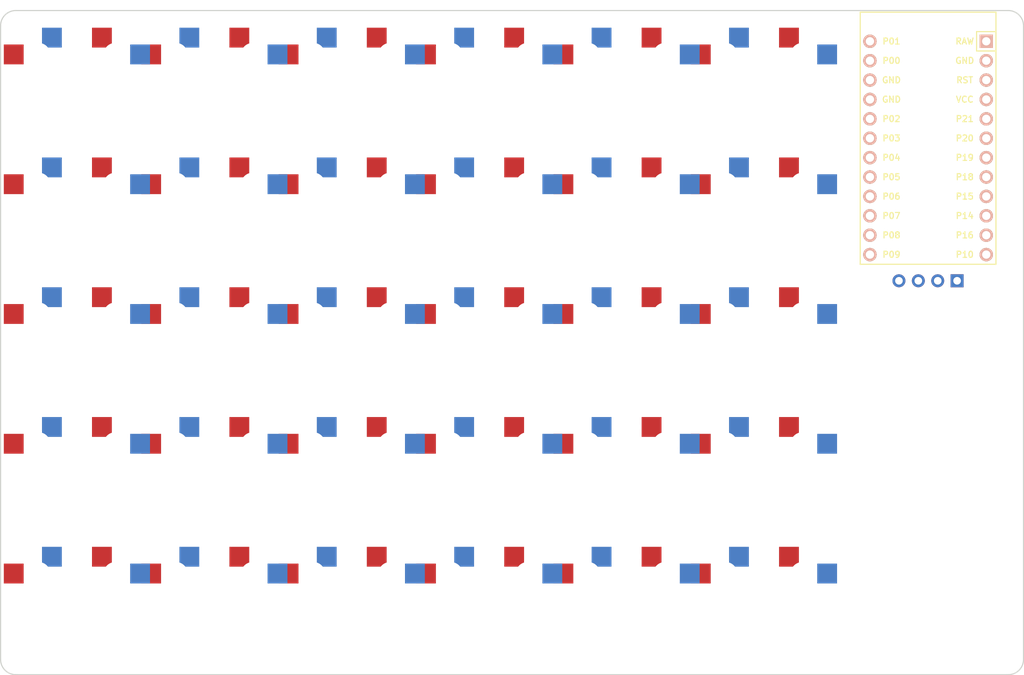
<source format=kicad_pcb>


(kicad_pcb (version 20171130) (host pcbnew 5.1.6)

  (page A3)
  (title_block
    (title "pcb")
    (rev "v1.0.0")
    (company "Nevimmu")
  )

  (general
    (thickness 1.6)
  )

  (layers
    (0 F.Cu signal)
    (31 B.Cu signal)
    (32 B.Adhes user)
    (33 F.Adhes user)
    (34 B.Paste user)
    (35 F.Paste user)
    (36 B.SilkS user)
    (37 F.SilkS user)
    (38 B.Mask user)
    (39 F.Mask user)
    (40 Dwgs.User user)
    (41 Cmts.User user)
    (42 Eco1.User user)
    (43 Eco2.User user)
    (44 Edge.Cuts user)
    (45 Margin user)
    (46 B.CrtYd user)
    (47 F.CrtYd user)
    (48 B.Fab user)
    (49 F.Fab user)
  )

  (setup
    (last_trace_width 0.25)
    (trace_clearance 0.2)
    (zone_clearance 0.508)
    (zone_45_only no)
    (trace_min 0.2)
    (via_size 0.8)
    (via_drill 0.4)
    (via_min_size 0.4)
    (via_min_drill 0.3)
    (uvia_size 0.3)
    (uvia_drill 0.1)
    (uvias_allowed no)
    (uvia_min_size 0.2)
    (uvia_min_drill 0.1)
    (edge_width 0.05)
    (segment_width 0.2)
    (pcb_text_width 0.3)
    (pcb_text_size 1.5 1.5)
    (mod_edge_width 0.12)
    (mod_text_size 1 1)
    (mod_text_width 0.15)
    (pad_size 1.524 1.524)
    (pad_drill 0.762)
    (pad_to_mask_clearance 0.05)
    (aux_axis_origin 0 0)
    (visible_elements FFFFFF7F)
    (pcbplotparams
      (layerselection 0x010fc_ffffffff)
      (usegerberextensions false)
      (usegerberattributes true)
      (usegerberadvancedattributes true)
      (creategerberjobfile true)
      (excludeedgelayer true)
      (linewidth 0.100000)
      (plotframeref false)
      (viasonmask false)
      (mode 1)
      (useauxorigin false)
      (hpglpennumber 1)
      (hpglpenspeed 20)
      (hpglpendiameter 15.000000)
      (psnegative false)
      (psa4output false)
      (plotreference true)
      (plotvalue true)
      (plotinvisibletext false)
      (padsonsilk false)
      (subtractmaskfromsilk false)
      (outputformat 1)
      (mirror false)
      (drillshape 1)
      (scaleselection 1)
      (outputdirectory ""))
  )

  (net 0 "")
(net 1 "outer_mod")
(net 2 "outer_bottom")
(net 3 "outer_home")
(net 4 "outer_top")
(net 5 "outer_number")
(net 6 "pinky_mod")
(net 7 "pinky_bottom")
(net 8 "pinky_home")
(net 9 "pinky_top")
(net 10 "pinky_number")
(net 11 "ring_mod")
(net 12 "ring_bottom")
(net 13 "ring_home")
(net 14 "ring_top")
(net 15 "ring_number")
(net 16 "middle_mod")
(net 17 "middle_bottom")
(net 18 "middle_home")
(net 19 "middle_top")
(net 20 "middle_number")
(net 21 "index_mod")
(net 22 "index_bottom")
(net 23 "index_home")
(net 24 "index_top")
(net 25 "index_number")
(net 26 "inner_mod")
(net 27 "inner_bottom")
(net 28 "inner_home")
(net 29 "inner_top")
(net 30 "inner_number")
(net 31 "RAW")
(net 32 "GND")
(net 33 "RST")
(net 34 "VCC")
(net 35 "P21")
(net 36 "P20")
(net 37 "P19")
(net 38 "P18")
(net 39 "P15")
(net 40 "P14")
(net 41 "P16")
(net 42 "P10")
(net 43 "P1")
(net 44 "P0")
(net 45 "P2")
(net 46 "P3")
(net 47 "P4")
(net 48 "P5")
(net 49 "P6")
(net 50 "P7")
(net 51 "P8")
(net 52 "P9")

  (net_class Default "This is the default net class."
    (clearance 0.2)
    (trace_width 0.25)
    (via_dia 0.8)
    (via_drill 0.4)
    (uvia_dia 0.3)
    (uvia_drill 0.1)
    (add_net "")
(add_net "outer_mod")
(add_net "outer_bottom")
(add_net "outer_home")
(add_net "outer_top")
(add_net "outer_number")
(add_net "pinky_mod")
(add_net "pinky_bottom")
(add_net "pinky_home")
(add_net "pinky_top")
(add_net "pinky_number")
(add_net "ring_mod")
(add_net "ring_bottom")
(add_net "ring_home")
(add_net "ring_top")
(add_net "ring_number")
(add_net "middle_mod")
(add_net "middle_bottom")
(add_net "middle_home")
(add_net "middle_top")
(add_net "middle_number")
(add_net "index_mod")
(add_net "index_bottom")
(add_net "index_home")
(add_net "index_top")
(add_net "index_number")
(add_net "inner_mod")
(add_net "inner_bottom")
(add_net "inner_home")
(add_net "inner_top")
(add_net "inner_number")
(add_net "RAW")
(add_net "GND")
(add_net "RST")
(add_net "VCC")
(add_net "P21")
(add_net "P20")
(add_net "P19")
(add_net "P18")
(add_net "P15")
(add_net "P14")
(add_net "P16")
(add_net "P10")
(add_net "P1")
(add_net "P0")
(add_net "P2")
(add_net "P3")
(add_net "P4")
(add_net "P5")
(add_net "P6")
(add_net "P7")
(add_net "P8")
(add_net "P9")
  )

  
        
      (module PG1350 (layer F.Cu) (tedit 5DD50112)
      (at 45 100 0)

      
      (fp_text reference "S1" (at 0 0) (layer F.SilkS) hide (effects (font (size 1.27 1.27) (thickness 0.15))))
      (fp_text value "" (at 0 0) (layer F.SilkS) hide (effects (font (size 1.27 1.27) (thickness 0.15))))

      
      (fp_line (start -7 -6) (end -7 -7) (layer Dwgs.User) (width 0.15))
      (fp_line (start -7 7) (end -6 7) (layer Dwgs.User) (width 0.15))
      (fp_line (start -6 -7) (end -7 -7) (layer Dwgs.User) (width 0.15))
      (fp_line (start -7 7) (end -7 6) (layer Dwgs.User) (width 0.15))
      (fp_line (start 7 6) (end 7 7) (layer Dwgs.User) (width 0.15))
      (fp_line (start 7 -7) (end 6 -7) (layer Dwgs.User) (width 0.15))
      (fp_line (start 6 7) (end 7 7) (layer Dwgs.User) (width 0.15))
      (fp_line (start 7 -7) (end 7 -6) (layer Dwgs.User) (width 0.15))      
      
      
      (pad "" np_thru_hole circle (at 0 0) (size 3.429 3.429) (drill 3.429) (layers *.Cu *.Mask))
        
      
      (pad "" np_thru_hole circle (at 5.5 0) (size 1.7018 1.7018) (drill 1.7018) (layers *.Cu *.Mask))
      (pad "" np_thru_hole circle (at -5.5 0) (size 1.7018 1.7018) (drill 1.7018) (layers *.Cu *.Mask))
      
        
      
      (fp_line (start -9 -8.5) (end 9 -8.5) (layer Dwgs.User) (width 0.15))
      (fp_line (start 9 -8.5) (end 9 8.5) (layer Dwgs.User) (width 0.15))
      (fp_line (start 9 8.5) (end -9 8.5) (layer Dwgs.User) (width 0.15))
      (fp_line (start -9 8.5) (end -9 -8.5) (layer Dwgs.User) (width 0.15))
      
        
          
          (pad "" np_thru_hole circle (at 5 -3.75) (size 3 3) (drill 3) (layers *.Cu *.Mask))
          (pad "" np_thru_hole circle (at 0 -5.95) (size 3 3) (drill 3) (layers *.Cu *.Mask))
      
          
          (pad 1 smd rect (at -3.275 -5.95 0) (size 2.6 2.6) (layers B.Cu B.Paste B.Mask)  (net 0 ""))
          (pad 2 smd rect (at 8.275 -3.75 0) (size 2.6 2.6) (layers B.Cu B.Paste B.Mask)  (net 1 "outer_mod"))
        
        
          
          (pad "" np_thru_hole circle (at -5 -3.75) (size 3 3) (drill 3) (layers *.Cu *.Mask))
          (pad "" np_thru_hole circle (at 0 -5.95) (size 3 3) (drill 3) (layers *.Cu *.Mask))
      
          
          (pad 1 smd rect (at 3.275 -5.95 0) (size 2.6 2.6) (layers F.Cu F.Paste F.Mask)  (net 0 ""))
          (pad 2 smd rect (at -8.275 -3.75 0) (size 2.6 2.6) (layers F.Cu F.Paste F.Mask)  (net 1 "outer_mod"))
        )
        

        
      (module PG1350 (layer F.Cu) (tedit 5DD50112)
      (at 45 83 0)

      
      (fp_text reference "S2" (at 0 0) (layer F.SilkS) hide (effects (font (size 1.27 1.27) (thickness 0.15))))
      (fp_text value "" (at 0 0) (layer F.SilkS) hide (effects (font (size 1.27 1.27) (thickness 0.15))))

      
      (fp_line (start -7 -6) (end -7 -7) (layer Dwgs.User) (width 0.15))
      (fp_line (start -7 7) (end -6 7) (layer Dwgs.User) (width 0.15))
      (fp_line (start -6 -7) (end -7 -7) (layer Dwgs.User) (width 0.15))
      (fp_line (start -7 7) (end -7 6) (layer Dwgs.User) (width 0.15))
      (fp_line (start 7 6) (end 7 7) (layer Dwgs.User) (width 0.15))
      (fp_line (start 7 -7) (end 6 -7) (layer Dwgs.User) (width 0.15))
      (fp_line (start 6 7) (end 7 7) (layer Dwgs.User) (width 0.15))
      (fp_line (start 7 -7) (end 7 -6) (layer Dwgs.User) (width 0.15))      
      
      
      (pad "" np_thru_hole circle (at 0 0) (size 3.429 3.429) (drill 3.429) (layers *.Cu *.Mask))
        
      
      (pad "" np_thru_hole circle (at 5.5 0) (size 1.7018 1.7018) (drill 1.7018) (layers *.Cu *.Mask))
      (pad "" np_thru_hole circle (at -5.5 0) (size 1.7018 1.7018) (drill 1.7018) (layers *.Cu *.Mask))
      
        
      
      (fp_line (start -9 -8.5) (end 9 -8.5) (layer Dwgs.User) (width 0.15))
      (fp_line (start 9 -8.5) (end 9 8.5) (layer Dwgs.User) (width 0.15))
      (fp_line (start 9 8.5) (end -9 8.5) (layer Dwgs.User) (width 0.15))
      (fp_line (start -9 8.5) (end -9 -8.5) (layer Dwgs.User) (width 0.15))
      
        
          
          (pad "" np_thru_hole circle (at 5 -3.75) (size 3 3) (drill 3) (layers *.Cu *.Mask))
          (pad "" np_thru_hole circle (at 0 -5.95) (size 3 3) (drill 3) (layers *.Cu *.Mask))
      
          
          (pad 1 smd rect (at -3.275 -5.95 0) (size 2.6 2.6) (layers B.Cu B.Paste B.Mask)  (net 0 ""))
          (pad 2 smd rect (at 8.275 -3.75 0) (size 2.6 2.6) (layers B.Cu B.Paste B.Mask)  (net 2 "outer_bottom"))
        
        
          
          (pad "" np_thru_hole circle (at -5 -3.75) (size 3 3) (drill 3) (layers *.Cu *.Mask))
          (pad "" np_thru_hole circle (at 0 -5.95) (size 3 3) (drill 3) (layers *.Cu *.Mask))
      
          
          (pad 1 smd rect (at 3.275 -5.95 0) (size 2.6 2.6) (layers F.Cu F.Paste F.Mask)  (net 0 ""))
          (pad 2 smd rect (at -8.275 -3.75 0) (size 2.6 2.6) (layers F.Cu F.Paste F.Mask)  (net 2 "outer_bottom"))
        )
        

        
      (module PG1350 (layer F.Cu) (tedit 5DD50112)
      (at 45 66 0)

      
      (fp_text reference "S3" (at 0 0) (layer F.SilkS) hide (effects (font (size 1.27 1.27) (thickness 0.15))))
      (fp_text value "" (at 0 0) (layer F.SilkS) hide (effects (font (size 1.27 1.27) (thickness 0.15))))

      
      (fp_line (start -7 -6) (end -7 -7) (layer Dwgs.User) (width 0.15))
      (fp_line (start -7 7) (end -6 7) (layer Dwgs.User) (width 0.15))
      (fp_line (start -6 -7) (end -7 -7) (layer Dwgs.User) (width 0.15))
      (fp_line (start -7 7) (end -7 6) (layer Dwgs.User) (width 0.15))
      (fp_line (start 7 6) (end 7 7) (layer Dwgs.User) (width 0.15))
      (fp_line (start 7 -7) (end 6 -7) (layer Dwgs.User) (width 0.15))
      (fp_line (start 6 7) (end 7 7) (layer Dwgs.User) (width 0.15))
      (fp_line (start 7 -7) (end 7 -6) (layer Dwgs.User) (width 0.15))      
      
      
      (pad "" np_thru_hole circle (at 0 0) (size 3.429 3.429) (drill 3.429) (layers *.Cu *.Mask))
        
      
      (pad "" np_thru_hole circle (at 5.5 0) (size 1.7018 1.7018) (drill 1.7018) (layers *.Cu *.Mask))
      (pad "" np_thru_hole circle (at -5.5 0) (size 1.7018 1.7018) (drill 1.7018) (layers *.Cu *.Mask))
      
        
      
      (fp_line (start -9 -8.5) (end 9 -8.5) (layer Dwgs.User) (width 0.15))
      (fp_line (start 9 -8.5) (end 9 8.5) (layer Dwgs.User) (width 0.15))
      (fp_line (start 9 8.5) (end -9 8.5) (layer Dwgs.User) (width 0.15))
      (fp_line (start -9 8.5) (end -9 -8.5) (layer Dwgs.User) (width 0.15))
      
        
          
          (pad "" np_thru_hole circle (at 5 -3.75) (size 3 3) (drill 3) (layers *.Cu *.Mask))
          (pad "" np_thru_hole circle (at 0 -5.95) (size 3 3) (drill 3) (layers *.Cu *.Mask))
      
          
          (pad 1 smd rect (at -3.275 -5.95 0) (size 2.6 2.6) (layers B.Cu B.Paste B.Mask)  (net 0 ""))
          (pad 2 smd rect (at 8.275 -3.75 0) (size 2.6 2.6) (layers B.Cu B.Paste B.Mask)  (net 3 "outer_home"))
        
        
          
          (pad "" np_thru_hole circle (at -5 -3.75) (size 3 3) (drill 3) (layers *.Cu *.Mask))
          (pad "" np_thru_hole circle (at 0 -5.95) (size 3 3) (drill 3) (layers *.Cu *.Mask))
      
          
          (pad 1 smd rect (at 3.275 -5.95 0) (size 2.6 2.6) (layers F.Cu F.Paste F.Mask)  (net 0 ""))
          (pad 2 smd rect (at -8.275 -3.75 0) (size 2.6 2.6) (layers F.Cu F.Paste F.Mask)  (net 3 "outer_home"))
        )
        

        
      (module PG1350 (layer F.Cu) (tedit 5DD50112)
      (at 45 49 0)

      
      (fp_text reference "S4" (at 0 0) (layer F.SilkS) hide (effects (font (size 1.27 1.27) (thickness 0.15))))
      (fp_text value "" (at 0 0) (layer F.SilkS) hide (effects (font (size 1.27 1.27) (thickness 0.15))))

      
      (fp_line (start -7 -6) (end -7 -7) (layer Dwgs.User) (width 0.15))
      (fp_line (start -7 7) (end -6 7) (layer Dwgs.User) (width 0.15))
      (fp_line (start -6 -7) (end -7 -7) (layer Dwgs.User) (width 0.15))
      (fp_line (start -7 7) (end -7 6) (layer Dwgs.User) (width 0.15))
      (fp_line (start 7 6) (end 7 7) (layer Dwgs.User) (width 0.15))
      (fp_line (start 7 -7) (end 6 -7) (layer Dwgs.User) (width 0.15))
      (fp_line (start 6 7) (end 7 7) (layer Dwgs.User) (width 0.15))
      (fp_line (start 7 -7) (end 7 -6) (layer Dwgs.User) (width 0.15))      
      
      
      (pad "" np_thru_hole circle (at 0 0) (size 3.429 3.429) (drill 3.429) (layers *.Cu *.Mask))
        
      
      (pad "" np_thru_hole circle (at 5.5 0) (size 1.7018 1.7018) (drill 1.7018) (layers *.Cu *.Mask))
      (pad "" np_thru_hole circle (at -5.5 0) (size 1.7018 1.7018) (drill 1.7018) (layers *.Cu *.Mask))
      
        
      
      (fp_line (start -9 -8.5) (end 9 -8.5) (layer Dwgs.User) (width 0.15))
      (fp_line (start 9 -8.5) (end 9 8.5) (layer Dwgs.User) (width 0.15))
      (fp_line (start 9 8.5) (end -9 8.5) (layer Dwgs.User) (width 0.15))
      (fp_line (start -9 8.5) (end -9 -8.5) (layer Dwgs.User) (width 0.15))
      
        
          
          (pad "" np_thru_hole circle (at 5 -3.75) (size 3 3) (drill 3) (layers *.Cu *.Mask))
          (pad "" np_thru_hole circle (at 0 -5.95) (size 3 3) (drill 3) (layers *.Cu *.Mask))
      
          
          (pad 1 smd rect (at -3.275 -5.95 0) (size 2.6 2.6) (layers B.Cu B.Paste B.Mask)  (net 0 ""))
          (pad 2 smd rect (at 8.275 -3.75 0) (size 2.6 2.6) (layers B.Cu B.Paste B.Mask)  (net 4 "outer_top"))
        
        
          
          (pad "" np_thru_hole circle (at -5 -3.75) (size 3 3) (drill 3) (layers *.Cu *.Mask))
          (pad "" np_thru_hole circle (at 0 -5.95) (size 3 3) (drill 3) (layers *.Cu *.Mask))
      
          
          (pad 1 smd rect (at 3.275 -5.95 0) (size 2.6 2.6) (layers F.Cu F.Paste F.Mask)  (net 0 ""))
          (pad 2 smd rect (at -8.275 -3.75 0) (size 2.6 2.6) (layers F.Cu F.Paste F.Mask)  (net 4 "outer_top"))
        )
        

        
      (module PG1350 (layer F.Cu) (tedit 5DD50112)
      (at 45 32 0)

      
      (fp_text reference "S5" (at 0 0) (layer F.SilkS) hide (effects (font (size 1.27 1.27) (thickness 0.15))))
      (fp_text value "" (at 0 0) (layer F.SilkS) hide (effects (font (size 1.27 1.27) (thickness 0.15))))

      
      (fp_line (start -7 -6) (end -7 -7) (layer Dwgs.User) (width 0.15))
      (fp_line (start -7 7) (end -6 7) (layer Dwgs.User) (width 0.15))
      (fp_line (start -6 -7) (end -7 -7) (layer Dwgs.User) (width 0.15))
      (fp_line (start -7 7) (end -7 6) (layer Dwgs.User) (width 0.15))
      (fp_line (start 7 6) (end 7 7) (layer Dwgs.User) (width 0.15))
      (fp_line (start 7 -7) (end 6 -7) (layer Dwgs.User) (width 0.15))
      (fp_line (start 6 7) (end 7 7) (layer Dwgs.User) (width 0.15))
      (fp_line (start 7 -7) (end 7 -6) (layer Dwgs.User) (width 0.15))      
      
      
      (pad "" np_thru_hole circle (at 0 0) (size 3.429 3.429) (drill 3.429) (layers *.Cu *.Mask))
        
      
      (pad "" np_thru_hole circle (at 5.5 0) (size 1.7018 1.7018) (drill 1.7018) (layers *.Cu *.Mask))
      (pad "" np_thru_hole circle (at -5.5 0) (size 1.7018 1.7018) (drill 1.7018) (layers *.Cu *.Mask))
      
        
      
      (fp_line (start -9 -8.5) (end 9 -8.5) (layer Dwgs.User) (width 0.15))
      (fp_line (start 9 -8.5) (end 9 8.5) (layer Dwgs.User) (width 0.15))
      (fp_line (start 9 8.5) (end -9 8.5) (layer Dwgs.User) (width 0.15))
      (fp_line (start -9 8.5) (end -9 -8.5) (layer Dwgs.User) (width 0.15))
      
        
          
          (pad "" np_thru_hole circle (at 5 -3.75) (size 3 3) (drill 3) (layers *.Cu *.Mask))
          (pad "" np_thru_hole circle (at 0 -5.95) (size 3 3) (drill 3) (layers *.Cu *.Mask))
      
          
          (pad 1 smd rect (at -3.275 -5.95 0) (size 2.6 2.6) (layers B.Cu B.Paste B.Mask)  (net 0 ""))
          (pad 2 smd rect (at 8.275 -3.75 0) (size 2.6 2.6) (layers B.Cu B.Paste B.Mask)  (net 5 "outer_number"))
        
        
          
          (pad "" np_thru_hole circle (at -5 -3.75) (size 3 3) (drill 3) (layers *.Cu *.Mask))
          (pad "" np_thru_hole circle (at 0 -5.95) (size 3 3) (drill 3) (layers *.Cu *.Mask))
      
          
          (pad 1 smd rect (at 3.275 -5.95 0) (size 2.6 2.6) (layers F.Cu F.Paste F.Mask)  (net 0 ""))
          (pad 2 smd rect (at -8.275 -3.75 0) (size 2.6 2.6) (layers F.Cu F.Paste F.Mask)  (net 5 "outer_number"))
        )
        

        
      (module PG1350 (layer F.Cu) (tedit 5DD50112)
      (at 63 100 0)

      
      (fp_text reference "S6" (at 0 0) (layer F.SilkS) hide (effects (font (size 1.27 1.27) (thickness 0.15))))
      (fp_text value "" (at 0 0) (layer F.SilkS) hide (effects (font (size 1.27 1.27) (thickness 0.15))))

      
      (fp_line (start -7 -6) (end -7 -7) (layer Dwgs.User) (width 0.15))
      (fp_line (start -7 7) (end -6 7) (layer Dwgs.User) (width 0.15))
      (fp_line (start -6 -7) (end -7 -7) (layer Dwgs.User) (width 0.15))
      (fp_line (start -7 7) (end -7 6) (layer Dwgs.User) (width 0.15))
      (fp_line (start 7 6) (end 7 7) (layer Dwgs.User) (width 0.15))
      (fp_line (start 7 -7) (end 6 -7) (layer Dwgs.User) (width 0.15))
      (fp_line (start 6 7) (end 7 7) (layer Dwgs.User) (width 0.15))
      (fp_line (start 7 -7) (end 7 -6) (layer Dwgs.User) (width 0.15))      
      
      
      (pad "" np_thru_hole circle (at 0 0) (size 3.429 3.429) (drill 3.429) (layers *.Cu *.Mask))
        
      
      (pad "" np_thru_hole circle (at 5.5 0) (size 1.7018 1.7018) (drill 1.7018) (layers *.Cu *.Mask))
      (pad "" np_thru_hole circle (at -5.5 0) (size 1.7018 1.7018) (drill 1.7018) (layers *.Cu *.Mask))
      
        
      
      (fp_line (start -9 -8.5) (end 9 -8.5) (layer Dwgs.User) (width 0.15))
      (fp_line (start 9 -8.5) (end 9 8.5) (layer Dwgs.User) (width 0.15))
      (fp_line (start 9 8.5) (end -9 8.5) (layer Dwgs.User) (width 0.15))
      (fp_line (start -9 8.5) (end -9 -8.5) (layer Dwgs.User) (width 0.15))
      
        
          
          (pad "" np_thru_hole circle (at 5 -3.75) (size 3 3) (drill 3) (layers *.Cu *.Mask))
          (pad "" np_thru_hole circle (at 0 -5.95) (size 3 3) (drill 3) (layers *.Cu *.Mask))
      
          
          (pad 1 smd rect (at -3.275 -5.95 0) (size 2.6 2.6) (layers B.Cu B.Paste B.Mask)  (net 0 ""))
          (pad 2 smd rect (at 8.275 -3.75 0) (size 2.6 2.6) (layers B.Cu B.Paste B.Mask)  (net 6 "pinky_mod"))
        
        
          
          (pad "" np_thru_hole circle (at -5 -3.75) (size 3 3) (drill 3) (layers *.Cu *.Mask))
          (pad "" np_thru_hole circle (at 0 -5.95) (size 3 3) (drill 3) (layers *.Cu *.Mask))
      
          
          (pad 1 smd rect (at 3.275 -5.95 0) (size 2.6 2.6) (layers F.Cu F.Paste F.Mask)  (net 0 ""))
          (pad 2 smd rect (at -8.275 -3.75 0) (size 2.6 2.6) (layers F.Cu F.Paste F.Mask)  (net 6 "pinky_mod"))
        )
        

        
      (module PG1350 (layer F.Cu) (tedit 5DD50112)
      (at 63 83 0)

      
      (fp_text reference "S7" (at 0 0) (layer F.SilkS) hide (effects (font (size 1.27 1.27) (thickness 0.15))))
      (fp_text value "" (at 0 0) (layer F.SilkS) hide (effects (font (size 1.27 1.27) (thickness 0.15))))

      
      (fp_line (start -7 -6) (end -7 -7) (layer Dwgs.User) (width 0.15))
      (fp_line (start -7 7) (end -6 7) (layer Dwgs.User) (width 0.15))
      (fp_line (start -6 -7) (end -7 -7) (layer Dwgs.User) (width 0.15))
      (fp_line (start -7 7) (end -7 6) (layer Dwgs.User) (width 0.15))
      (fp_line (start 7 6) (end 7 7) (layer Dwgs.User) (width 0.15))
      (fp_line (start 7 -7) (end 6 -7) (layer Dwgs.User) (width 0.15))
      (fp_line (start 6 7) (end 7 7) (layer Dwgs.User) (width 0.15))
      (fp_line (start 7 -7) (end 7 -6) (layer Dwgs.User) (width 0.15))      
      
      
      (pad "" np_thru_hole circle (at 0 0) (size 3.429 3.429) (drill 3.429) (layers *.Cu *.Mask))
        
      
      (pad "" np_thru_hole circle (at 5.5 0) (size 1.7018 1.7018) (drill 1.7018) (layers *.Cu *.Mask))
      (pad "" np_thru_hole circle (at -5.5 0) (size 1.7018 1.7018) (drill 1.7018) (layers *.Cu *.Mask))
      
        
      
      (fp_line (start -9 -8.5) (end 9 -8.5) (layer Dwgs.User) (width 0.15))
      (fp_line (start 9 -8.5) (end 9 8.5) (layer Dwgs.User) (width 0.15))
      (fp_line (start 9 8.5) (end -9 8.5) (layer Dwgs.User) (width 0.15))
      (fp_line (start -9 8.5) (end -9 -8.5) (layer Dwgs.User) (width 0.15))
      
        
          
          (pad "" np_thru_hole circle (at 5 -3.75) (size 3 3) (drill 3) (layers *.Cu *.Mask))
          (pad "" np_thru_hole circle (at 0 -5.95) (size 3 3) (drill 3) (layers *.Cu *.Mask))
      
          
          (pad 1 smd rect (at -3.275 -5.95 0) (size 2.6 2.6) (layers B.Cu B.Paste B.Mask)  (net 0 ""))
          (pad 2 smd rect (at 8.275 -3.75 0) (size 2.6 2.6) (layers B.Cu B.Paste B.Mask)  (net 7 "pinky_bottom"))
        
        
          
          (pad "" np_thru_hole circle (at -5 -3.75) (size 3 3) (drill 3) (layers *.Cu *.Mask))
          (pad "" np_thru_hole circle (at 0 -5.95) (size 3 3) (drill 3) (layers *.Cu *.Mask))
      
          
          (pad 1 smd rect (at 3.275 -5.95 0) (size 2.6 2.6) (layers F.Cu F.Paste F.Mask)  (net 0 ""))
          (pad 2 smd rect (at -8.275 -3.75 0) (size 2.6 2.6) (layers F.Cu F.Paste F.Mask)  (net 7 "pinky_bottom"))
        )
        

        
      (module PG1350 (layer F.Cu) (tedit 5DD50112)
      (at 63 66 0)

      
      (fp_text reference "S8" (at 0 0) (layer F.SilkS) hide (effects (font (size 1.27 1.27) (thickness 0.15))))
      (fp_text value "" (at 0 0) (layer F.SilkS) hide (effects (font (size 1.27 1.27) (thickness 0.15))))

      
      (fp_line (start -7 -6) (end -7 -7) (layer Dwgs.User) (width 0.15))
      (fp_line (start -7 7) (end -6 7) (layer Dwgs.User) (width 0.15))
      (fp_line (start -6 -7) (end -7 -7) (layer Dwgs.User) (width 0.15))
      (fp_line (start -7 7) (end -7 6) (layer Dwgs.User) (width 0.15))
      (fp_line (start 7 6) (end 7 7) (layer Dwgs.User) (width 0.15))
      (fp_line (start 7 -7) (end 6 -7) (layer Dwgs.User) (width 0.15))
      (fp_line (start 6 7) (end 7 7) (layer Dwgs.User) (width 0.15))
      (fp_line (start 7 -7) (end 7 -6) (layer Dwgs.User) (width 0.15))      
      
      
      (pad "" np_thru_hole circle (at 0 0) (size 3.429 3.429) (drill 3.429) (layers *.Cu *.Mask))
        
      
      (pad "" np_thru_hole circle (at 5.5 0) (size 1.7018 1.7018) (drill 1.7018) (layers *.Cu *.Mask))
      (pad "" np_thru_hole circle (at -5.5 0) (size 1.7018 1.7018) (drill 1.7018) (layers *.Cu *.Mask))
      
        
      
      (fp_line (start -9 -8.5) (end 9 -8.5) (layer Dwgs.User) (width 0.15))
      (fp_line (start 9 -8.5) (end 9 8.5) (layer Dwgs.User) (width 0.15))
      (fp_line (start 9 8.5) (end -9 8.5) (layer Dwgs.User) (width 0.15))
      (fp_line (start -9 8.5) (end -9 -8.5) (layer Dwgs.User) (width 0.15))
      
        
          
          (pad "" np_thru_hole circle (at 5 -3.75) (size 3 3) (drill 3) (layers *.Cu *.Mask))
          (pad "" np_thru_hole circle (at 0 -5.95) (size 3 3) (drill 3) (layers *.Cu *.Mask))
      
          
          (pad 1 smd rect (at -3.275 -5.95 0) (size 2.6 2.6) (layers B.Cu B.Paste B.Mask)  (net 0 ""))
          (pad 2 smd rect (at 8.275 -3.75 0) (size 2.6 2.6) (layers B.Cu B.Paste B.Mask)  (net 8 "pinky_home"))
        
        
          
          (pad "" np_thru_hole circle (at -5 -3.75) (size 3 3) (drill 3) (layers *.Cu *.Mask))
          (pad "" np_thru_hole circle (at 0 -5.95) (size 3 3) (drill 3) (layers *.Cu *.Mask))
      
          
          (pad 1 smd rect (at 3.275 -5.95 0) (size 2.6 2.6) (layers F.Cu F.Paste F.Mask)  (net 0 ""))
          (pad 2 smd rect (at -8.275 -3.75 0) (size 2.6 2.6) (layers F.Cu F.Paste F.Mask)  (net 8 "pinky_home"))
        )
        

        
      (module PG1350 (layer F.Cu) (tedit 5DD50112)
      (at 63 49 0)

      
      (fp_text reference "S9" (at 0 0) (layer F.SilkS) hide (effects (font (size 1.27 1.27) (thickness 0.15))))
      (fp_text value "" (at 0 0) (layer F.SilkS) hide (effects (font (size 1.27 1.27) (thickness 0.15))))

      
      (fp_line (start -7 -6) (end -7 -7) (layer Dwgs.User) (width 0.15))
      (fp_line (start -7 7) (end -6 7) (layer Dwgs.User) (width 0.15))
      (fp_line (start -6 -7) (end -7 -7) (layer Dwgs.User) (width 0.15))
      (fp_line (start -7 7) (end -7 6) (layer Dwgs.User) (width 0.15))
      (fp_line (start 7 6) (end 7 7) (layer Dwgs.User) (width 0.15))
      (fp_line (start 7 -7) (end 6 -7) (layer Dwgs.User) (width 0.15))
      (fp_line (start 6 7) (end 7 7) (layer Dwgs.User) (width 0.15))
      (fp_line (start 7 -7) (end 7 -6) (layer Dwgs.User) (width 0.15))      
      
      
      (pad "" np_thru_hole circle (at 0 0) (size 3.429 3.429) (drill 3.429) (layers *.Cu *.Mask))
        
      
      (pad "" np_thru_hole circle (at 5.5 0) (size 1.7018 1.7018) (drill 1.7018) (layers *.Cu *.Mask))
      (pad "" np_thru_hole circle (at -5.5 0) (size 1.7018 1.7018) (drill 1.7018) (layers *.Cu *.Mask))
      
        
      
      (fp_line (start -9 -8.5) (end 9 -8.5) (layer Dwgs.User) (width 0.15))
      (fp_line (start 9 -8.5) (end 9 8.5) (layer Dwgs.User) (width 0.15))
      (fp_line (start 9 8.5) (end -9 8.5) (layer Dwgs.User) (width 0.15))
      (fp_line (start -9 8.5) (end -9 -8.5) (layer Dwgs.User) (width 0.15))
      
        
          
          (pad "" np_thru_hole circle (at 5 -3.75) (size 3 3) (drill 3) (layers *.Cu *.Mask))
          (pad "" np_thru_hole circle (at 0 -5.95) (size 3 3) (drill 3) (layers *.Cu *.Mask))
      
          
          (pad 1 smd rect (at -3.275 -5.95 0) (size 2.6 2.6) (layers B.Cu B.Paste B.Mask)  (net 0 ""))
          (pad 2 smd rect (at 8.275 -3.75 0) (size 2.6 2.6) (layers B.Cu B.Paste B.Mask)  (net 9 "pinky_top"))
        
        
          
          (pad "" np_thru_hole circle (at -5 -3.75) (size 3 3) (drill 3) (layers *.Cu *.Mask))
          (pad "" np_thru_hole circle (at 0 -5.95) (size 3 3) (drill 3) (layers *.Cu *.Mask))
      
          
          (pad 1 smd rect (at 3.275 -5.95 0) (size 2.6 2.6) (layers F.Cu F.Paste F.Mask)  (net 0 ""))
          (pad 2 smd rect (at -8.275 -3.75 0) (size 2.6 2.6) (layers F.Cu F.Paste F.Mask)  (net 9 "pinky_top"))
        )
        

        
      (module PG1350 (layer F.Cu) (tedit 5DD50112)
      (at 63 32 0)

      
      (fp_text reference "S10" (at 0 0) (layer F.SilkS) hide (effects (font (size 1.27 1.27) (thickness 0.15))))
      (fp_text value "" (at 0 0) (layer F.SilkS) hide (effects (font (size 1.27 1.27) (thickness 0.15))))

      
      (fp_line (start -7 -6) (end -7 -7) (layer Dwgs.User) (width 0.15))
      (fp_line (start -7 7) (end -6 7) (layer Dwgs.User) (width 0.15))
      (fp_line (start -6 -7) (end -7 -7) (layer Dwgs.User) (width 0.15))
      (fp_line (start -7 7) (end -7 6) (layer Dwgs.User) (width 0.15))
      (fp_line (start 7 6) (end 7 7) (layer Dwgs.User) (width 0.15))
      (fp_line (start 7 -7) (end 6 -7) (layer Dwgs.User) (width 0.15))
      (fp_line (start 6 7) (end 7 7) (layer Dwgs.User) (width 0.15))
      (fp_line (start 7 -7) (end 7 -6) (layer Dwgs.User) (width 0.15))      
      
      
      (pad "" np_thru_hole circle (at 0 0) (size 3.429 3.429) (drill 3.429) (layers *.Cu *.Mask))
        
      
      (pad "" np_thru_hole circle (at 5.5 0) (size 1.7018 1.7018) (drill 1.7018) (layers *.Cu *.Mask))
      (pad "" np_thru_hole circle (at -5.5 0) (size 1.7018 1.7018) (drill 1.7018) (layers *.Cu *.Mask))
      
        
      
      (fp_line (start -9 -8.5) (end 9 -8.5) (layer Dwgs.User) (width 0.15))
      (fp_line (start 9 -8.5) (end 9 8.5) (layer Dwgs.User) (width 0.15))
      (fp_line (start 9 8.5) (end -9 8.5) (layer Dwgs.User) (width 0.15))
      (fp_line (start -9 8.5) (end -9 -8.5) (layer Dwgs.User) (width 0.15))
      
        
          
          (pad "" np_thru_hole circle (at 5 -3.75) (size 3 3) (drill 3) (layers *.Cu *.Mask))
          (pad "" np_thru_hole circle (at 0 -5.95) (size 3 3) (drill 3) (layers *.Cu *.Mask))
      
          
          (pad 1 smd rect (at -3.275 -5.95 0) (size 2.6 2.6) (layers B.Cu B.Paste B.Mask)  (net 0 ""))
          (pad 2 smd rect (at 8.275 -3.75 0) (size 2.6 2.6) (layers B.Cu B.Paste B.Mask)  (net 10 "pinky_number"))
        
        
          
          (pad "" np_thru_hole circle (at -5 -3.75) (size 3 3) (drill 3) (layers *.Cu *.Mask))
          (pad "" np_thru_hole circle (at 0 -5.95) (size 3 3) (drill 3) (layers *.Cu *.Mask))
      
          
          (pad 1 smd rect (at 3.275 -5.95 0) (size 2.6 2.6) (layers F.Cu F.Paste F.Mask)  (net 0 ""))
          (pad 2 smd rect (at -8.275 -3.75 0) (size 2.6 2.6) (layers F.Cu F.Paste F.Mask)  (net 10 "pinky_number"))
        )
        

        
      (module PG1350 (layer F.Cu) (tedit 5DD50112)
      (at 81 100 0)

      
      (fp_text reference "S11" (at 0 0) (layer F.SilkS) hide (effects (font (size 1.27 1.27) (thickness 0.15))))
      (fp_text value "" (at 0 0) (layer F.SilkS) hide (effects (font (size 1.27 1.27) (thickness 0.15))))

      
      (fp_line (start -7 -6) (end -7 -7) (layer Dwgs.User) (width 0.15))
      (fp_line (start -7 7) (end -6 7) (layer Dwgs.User) (width 0.15))
      (fp_line (start -6 -7) (end -7 -7) (layer Dwgs.User) (width 0.15))
      (fp_line (start -7 7) (end -7 6) (layer Dwgs.User) (width 0.15))
      (fp_line (start 7 6) (end 7 7) (layer Dwgs.User) (width 0.15))
      (fp_line (start 7 -7) (end 6 -7) (layer Dwgs.User) (width 0.15))
      (fp_line (start 6 7) (end 7 7) (layer Dwgs.User) (width 0.15))
      (fp_line (start 7 -7) (end 7 -6) (layer Dwgs.User) (width 0.15))      
      
      
      (pad "" np_thru_hole circle (at 0 0) (size 3.429 3.429) (drill 3.429) (layers *.Cu *.Mask))
        
      
      (pad "" np_thru_hole circle (at 5.5 0) (size 1.7018 1.7018) (drill 1.7018) (layers *.Cu *.Mask))
      (pad "" np_thru_hole circle (at -5.5 0) (size 1.7018 1.7018) (drill 1.7018) (layers *.Cu *.Mask))
      
        
      
      (fp_line (start -9 -8.5) (end 9 -8.5) (layer Dwgs.User) (width 0.15))
      (fp_line (start 9 -8.5) (end 9 8.5) (layer Dwgs.User) (width 0.15))
      (fp_line (start 9 8.5) (end -9 8.5) (layer Dwgs.User) (width 0.15))
      (fp_line (start -9 8.5) (end -9 -8.5) (layer Dwgs.User) (width 0.15))
      
        
          
          (pad "" np_thru_hole circle (at 5 -3.75) (size 3 3) (drill 3) (layers *.Cu *.Mask))
          (pad "" np_thru_hole circle (at 0 -5.95) (size 3 3) (drill 3) (layers *.Cu *.Mask))
      
          
          (pad 1 smd rect (at -3.275 -5.95 0) (size 2.6 2.6) (layers B.Cu B.Paste B.Mask)  (net 0 ""))
          (pad 2 smd rect (at 8.275 -3.75 0) (size 2.6 2.6) (layers B.Cu B.Paste B.Mask)  (net 11 "ring_mod"))
        
        
          
          (pad "" np_thru_hole circle (at -5 -3.75) (size 3 3) (drill 3) (layers *.Cu *.Mask))
          (pad "" np_thru_hole circle (at 0 -5.95) (size 3 3) (drill 3) (layers *.Cu *.Mask))
      
          
          (pad 1 smd rect (at 3.275 -5.95 0) (size 2.6 2.6) (layers F.Cu F.Paste F.Mask)  (net 0 ""))
          (pad 2 smd rect (at -8.275 -3.75 0) (size 2.6 2.6) (layers F.Cu F.Paste F.Mask)  (net 11 "ring_mod"))
        )
        

        
      (module PG1350 (layer F.Cu) (tedit 5DD50112)
      (at 81 83 0)

      
      (fp_text reference "S12" (at 0 0) (layer F.SilkS) hide (effects (font (size 1.27 1.27) (thickness 0.15))))
      (fp_text value "" (at 0 0) (layer F.SilkS) hide (effects (font (size 1.27 1.27) (thickness 0.15))))

      
      (fp_line (start -7 -6) (end -7 -7) (layer Dwgs.User) (width 0.15))
      (fp_line (start -7 7) (end -6 7) (layer Dwgs.User) (width 0.15))
      (fp_line (start -6 -7) (end -7 -7) (layer Dwgs.User) (width 0.15))
      (fp_line (start -7 7) (end -7 6) (layer Dwgs.User) (width 0.15))
      (fp_line (start 7 6) (end 7 7) (layer Dwgs.User) (width 0.15))
      (fp_line (start 7 -7) (end 6 -7) (layer Dwgs.User) (width 0.15))
      (fp_line (start 6 7) (end 7 7) (layer Dwgs.User) (width 0.15))
      (fp_line (start 7 -7) (end 7 -6) (layer Dwgs.User) (width 0.15))      
      
      
      (pad "" np_thru_hole circle (at 0 0) (size 3.429 3.429) (drill 3.429) (layers *.Cu *.Mask))
        
      
      (pad "" np_thru_hole circle (at 5.5 0) (size 1.7018 1.7018) (drill 1.7018) (layers *.Cu *.Mask))
      (pad "" np_thru_hole circle (at -5.5 0) (size 1.7018 1.7018) (drill 1.7018) (layers *.Cu *.Mask))
      
        
      
      (fp_line (start -9 -8.5) (end 9 -8.5) (layer Dwgs.User) (width 0.15))
      (fp_line (start 9 -8.5) (end 9 8.5) (layer Dwgs.User) (width 0.15))
      (fp_line (start 9 8.5) (end -9 8.5) (layer Dwgs.User) (width 0.15))
      (fp_line (start -9 8.5) (end -9 -8.5) (layer Dwgs.User) (width 0.15))
      
        
          
          (pad "" np_thru_hole circle (at 5 -3.75) (size 3 3) (drill 3) (layers *.Cu *.Mask))
          (pad "" np_thru_hole circle (at 0 -5.95) (size 3 3) (drill 3) (layers *.Cu *.Mask))
      
          
          (pad 1 smd rect (at -3.275 -5.95 0) (size 2.6 2.6) (layers B.Cu B.Paste B.Mask)  (net 0 ""))
          (pad 2 smd rect (at 8.275 -3.75 0) (size 2.6 2.6) (layers B.Cu B.Paste B.Mask)  (net 12 "ring_bottom"))
        
        
          
          (pad "" np_thru_hole circle (at -5 -3.75) (size 3 3) (drill 3) (layers *.Cu *.Mask))
          (pad "" np_thru_hole circle (at 0 -5.95) (size 3 3) (drill 3) (layers *.Cu *.Mask))
      
          
          (pad 1 smd rect (at 3.275 -5.95 0) (size 2.6 2.6) (layers F.Cu F.Paste F.Mask)  (net 0 ""))
          (pad 2 smd rect (at -8.275 -3.75 0) (size 2.6 2.6) (layers F.Cu F.Paste F.Mask)  (net 12 "ring_bottom"))
        )
        

        
      (module PG1350 (layer F.Cu) (tedit 5DD50112)
      (at 81 66 0)

      
      (fp_text reference "S13" (at 0 0) (layer F.SilkS) hide (effects (font (size 1.27 1.27) (thickness 0.15))))
      (fp_text value "" (at 0 0) (layer F.SilkS) hide (effects (font (size 1.27 1.27) (thickness 0.15))))

      
      (fp_line (start -7 -6) (end -7 -7) (layer Dwgs.User) (width 0.15))
      (fp_line (start -7 7) (end -6 7) (layer Dwgs.User) (width 0.15))
      (fp_line (start -6 -7) (end -7 -7) (layer Dwgs.User) (width 0.15))
      (fp_line (start -7 7) (end -7 6) (layer Dwgs.User) (width 0.15))
      (fp_line (start 7 6) (end 7 7) (layer Dwgs.User) (width 0.15))
      (fp_line (start 7 -7) (end 6 -7) (layer Dwgs.User) (width 0.15))
      (fp_line (start 6 7) (end 7 7) (layer Dwgs.User) (width 0.15))
      (fp_line (start 7 -7) (end 7 -6) (layer Dwgs.User) (width 0.15))      
      
      
      (pad "" np_thru_hole circle (at 0 0) (size 3.429 3.429) (drill 3.429) (layers *.Cu *.Mask))
        
      
      (pad "" np_thru_hole circle (at 5.5 0) (size 1.7018 1.7018) (drill 1.7018) (layers *.Cu *.Mask))
      (pad "" np_thru_hole circle (at -5.5 0) (size 1.7018 1.7018) (drill 1.7018) (layers *.Cu *.Mask))
      
        
      
      (fp_line (start -9 -8.5) (end 9 -8.5) (layer Dwgs.User) (width 0.15))
      (fp_line (start 9 -8.5) (end 9 8.5) (layer Dwgs.User) (width 0.15))
      (fp_line (start 9 8.5) (end -9 8.5) (layer Dwgs.User) (width 0.15))
      (fp_line (start -9 8.5) (end -9 -8.5) (layer Dwgs.User) (width 0.15))
      
        
          
          (pad "" np_thru_hole circle (at 5 -3.75) (size 3 3) (drill 3) (layers *.Cu *.Mask))
          (pad "" np_thru_hole circle (at 0 -5.95) (size 3 3) (drill 3) (layers *.Cu *.Mask))
      
          
          (pad 1 smd rect (at -3.275 -5.95 0) (size 2.6 2.6) (layers B.Cu B.Paste B.Mask)  (net 0 ""))
          (pad 2 smd rect (at 8.275 -3.75 0) (size 2.6 2.6) (layers B.Cu B.Paste B.Mask)  (net 13 "ring_home"))
        
        
          
          (pad "" np_thru_hole circle (at -5 -3.75) (size 3 3) (drill 3) (layers *.Cu *.Mask))
          (pad "" np_thru_hole circle (at 0 -5.95) (size 3 3) (drill 3) (layers *.Cu *.Mask))
      
          
          (pad 1 smd rect (at 3.275 -5.95 0) (size 2.6 2.6) (layers F.Cu F.Paste F.Mask)  (net 0 ""))
          (pad 2 smd rect (at -8.275 -3.75 0) (size 2.6 2.6) (layers F.Cu F.Paste F.Mask)  (net 13 "ring_home"))
        )
        

        
      (module PG1350 (layer F.Cu) (tedit 5DD50112)
      (at 81 49 0)

      
      (fp_text reference "S14" (at 0 0) (layer F.SilkS) hide (effects (font (size 1.27 1.27) (thickness 0.15))))
      (fp_text value "" (at 0 0) (layer F.SilkS) hide (effects (font (size 1.27 1.27) (thickness 0.15))))

      
      (fp_line (start -7 -6) (end -7 -7) (layer Dwgs.User) (width 0.15))
      (fp_line (start -7 7) (end -6 7) (layer Dwgs.User) (width 0.15))
      (fp_line (start -6 -7) (end -7 -7) (layer Dwgs.User) (width 0.15))
      (fp_line (start -7 7) (end -7 6) (layer Dwgs.User) (width 0.15))
      (fp_line (start 7 6) (end 7 7) (layer Dwgs.User) (width 0.15))
      (fp_line (start 7 -7) (end 6 -7) (layer Dwgs.User) (width 0.15))
      (fp_line (start 6 7) (end 7 7) (layer Dwgs.User) (width 0.15))
      (fp_line (start 7 -7) (end 7 -6) (layer Dwgs.User) (width 0.15))      
      
      
      (pad "" np_thru_hole circle (at 0 0) (size 3.429 3.429) (drill 3.429) (layers *.Cu *.Mask))
        
      
      (pad "" np_thru_hole circle (at 5.5 0) (size 1.7018 1.7018) (drill 1.7018) (layers *.Cu *.Mask))
      (pad "" np_thru_hole circle (at -5.5 0) (size 1.7018 1.7018) (drill 1.7018) (layers *.Cu *.Mask))
      
        
      
      (fp_line (start -9 -8.5) (end 9 -8.5) (layer Dwgs.User) (width 0.15))
      (fp_line (start 9 -8.5) (end 9 8.5) (layer Dwgs.User) (width 0.15))
      (fp_line (start 9 8.5) (end -9 8.5) (layer Dwgs.User) (width 0.15))
      (fp_line (start -9 8.5) (end -9 -8.5) (layer Dwgs.User) (width 0.15))
      
        
          
          (pad "" np_thru_hole circle (at 5 -3.75) (size 3 3) (drill 3) (layers *.Cu *.Mask))
          (pad "" np_thru_hole circle (at 0 -5.95) (size 3 3) (drill 3) (layers *.Cu *.Mask))
      
          
          (pad 1 smd rect (at -3.275 -5.95 0) (size 2.6 2.6) (layers B.Cu B.Paste B.Mask)  (net 0 ""))
          (pad 2 smd rect (at 8.275 -3.75 0) (size 2.6 2.6) (layers B.Cu B.Paste B.Mask)  (net 14 "ring_top"))
        
        
          
          (pad "" np_thru_hole circle (at -5 -3.75) (size 3 3) (drill 3) (layers *.Cu *.Mask))
          (pad "" np_thru_hole circle (at 0 -5.95) (size 3 3) (drill 3) (layers *.Cu *.Mask))
      
          
          (pad 1 smd rect (at 3.275 -5.95 0) (size 2.6 2.6) (layers F.Cu F.Paste F.Mask)  (net 0 ""))
          (pad 2 smd rect (at -8.275 -3.75 0) (size 2.6 2.6) (layers F.Cu F.Paste F.Mask)  (net 14 "ring_top"))
        )
        

        
      (module PG1350 (layer F.Cu) (tedit 5DD50112)
      (at 81 32 0)

      
      (fp_text reference "S15" (at 0 0) (layer F.SilkS) hide (effects (font (size 1.27 1.27) (thickness 0.15))))
      (fp_text value "" (at 0 0) (layer F.SilkS) hide (effects (font (size 1.27 1.27) (thickness 0.15))))

      
      (fp_line (start -7 -6) (end -7 -7) (layer Dwgs.User) (width 0.15))
      (fp_line (start -7 7) (end -6 7) (layer Dwgs.User) (width 0.15))
      (fp_line (start -6 -7) (end -7 -7) (layer Dwgs.User) (width 0.15))
      (fp_line (start -7 7) (end -7 6) (layer Dwgs.User) (width 0.15))
      (fp_line (start 7 6) (end 7 7) (layer Dwgs.User) (width 0.15))
      (fp_line (start 7 -7) (end 6 -7) (layer Dwgs.User) (width 0.15))
      (fp_line (start 6 7) (end 7 7) (layer Dwgs.User) (width 0.15))
      (fp_line (start 7 -7) (end 7 -6) (layer Dwgs.User) (width 0.15))      
      
      
      (pad "" np_thru_hole circle (at 0 0) (size 3.429 3.429) (drill 3.429) (layers *.Cu *.Mask))
        
      
      (pad "" np_thru_hole circle (at 5.5 0) (size 1.7018 1.7018) (drill 1.7018) (layers *.Cu *.Mask))
      (pad "" np_thru_hole circle (at -5.5 0) (size 1.7018 1.7018) (drill 1.7018) (layers *.Cu *.Mask))
      
        
      
      (fp_line (start -9 -8.5) (end 9 -8.5) (layer Dwgs.User) (width 0.15))
      (fp_line (start 9 -8.5) (end 9 8.5) (layer Dwgs.User) (width 0.15))
      (fp_line (start 9 8.5) (end -9 8.5) (layer Dwgs.User) (width 0.15))
      (fp_line (start -9 8.5) (end -9 -8.5) (layer Dwgs.User) (width 0.15))
      
        
          
          (pad "" np_thru_hole circle (at 5 -3.75) (size 3 3) (drill 3) (layers *.Cu *.Mask))
          (pad "" np_thru_hole circle (at 0 -5.95) (size 3 3) (drill 3) (layers *.Cu *.Mask))
      
          
          (pad 1 smd rect (at -3.275 -5.95 0) (size 2.6 2.6) (layers B.Cu B.Paste B.Mask)  (net 0 ""))
          (pad 2 smd rect (at 8.275 -3.75 0) (size 2.6 2.6) (layers B.Cu B.Paste B.Mask)  (net 15 "ring_number"))
        
        
          
          (pad "" np_thru_hole circle (at -5 -3.75) (size 3 3) (drill 3) (layers *.Cu *.Mask))
          (pad "" np_thru_hole circle (at 0 -5.95) (size 3 3) (drill 3) (layers *.Cu *.Mask))
      
          
          (pad 1 smd rect (at 3.275 -5.95 0) (size 2.6 2.6) (layers F.Cu F.Paste F.Mask)  (net 0 ""))
          (pad 2 smd rect (at -8.275 -3.75 0) (size 2.6 2.6) (layers F.Cu F.Paste F.Mask)  (net 15 "ring_number"))
        )
        

        
      (module PG1350 (layer F.Cu) (tedit 5DD50112)
      (at 99 100 0)

      
      (fp_text reference "S16" (at 0 0) (layer F.SilkS) hide (effects (font (size 1.27 1.27) (thickness 0.15))))
      (fp_text value "" (at 0 0) (layer F.SilkS) hide (effects (font (size 1.27 1.27) (thickness 0.15))))

      
      (fp_line (start -7 -6) (end -7 -7) (layer Dwgs.User) (width 0.15))
      (fp_line (start -7 7) (end -6 7) (layer Dwgs.User) (width 0.15))
      (fp_line (start -6 -7) (end -7 -7) (layer Dwgs.User) (width 0.15))
      (fp_line (start -7 7) (end -7 6) (layer Dwgs.User) (width 0.15))
      (fp_line (start 7 6) (end 7 7) (layer Dwgs.User) (width 0.15))
      (fp_line (start 7 -7) (end 6 -7) (layer Dwgs.User) (width 0.15))
      (fp_line (start 6 7) (end 7 7) (layer Dwgs.User) (width 0.15))
      (fp_line (start 7 -7) (end 7 -6) (layer Dwgs.User) (width 0.15))      
      
      
      (pad "" np_thru_hole circle (at 0 0) (size 3.429 3.429) (drill 3.429) (layers *.Cu *.Mask))
        
      
      (pad "" np_thru_hole circle (at 5.5 0) (size 1.7018 1.7018) (drill 1.7018) (layers *.Cu *.Mask))
      (pad "" np_thru_hole circle (at -5.5 0) (size 1.7018 1.7018) (drill 1.7018) (layers *.Cu *.Mask))
      
        
      
      (fp_line (start -9 -8.5) (end 9 -8.5) (layer Dwgs.User) (width 0.15))
      (fp_line (start 9 -8.5) (end 9 8.5) (layer Dwgs.User) (width 0.15))
      (fp_line (start 9 8.5) (end -9 8.5) (layer Dwgs.User) (width 0.15))
      (fp_line (start -9 8.5) (end -9 -8.5) (layer Dwgs.User) (width 0.15))
      
        
          
          (pad "" np_thru_hole circle (at 5 -3.75) (size 3 3) (drill 3) (layers *.Cu *.Mask))
          (pad "" np_thru_hole circle (at 0 -5.95) (size 3 3) (drill 3) (layers *.Cu *.Mask))
      
          
          (pad 1 smd rect (at -3.275 -5.95 0) (size 2.6 2.6) (layers B.Cu B.Paste B.Mask)  (net 0 ""))
          (pad 2 smd rect (at 8.275 -3.75 0) (size 2.6 2.6) (layers B.Cu B.Paste B.Mask)  (net 16 "middle_mod"))
        
        
          
          (pad "" np_thru_hole circle (at -5 -3.75) (size 3 3) (drill 3) (layers *.Cu *.Mask))
          (pad "" np_thru_hole circle (at 0 -5.95) (size 3 3) (drill 3) (layers *.Cu *.Mask))
      
          
          (pad 1 smd rect (at 3.275 -5.95 0) (size 2.6 2.6) (layers F.Cu F.Paste F.Mask)  (net 0 ""))
          (pad 2 smd rect (at -8.275 -3.75 0) (size 2.6 2.6) (layers F.Cu F.Paste F.Mask)  (net 16 "middle_mod"))
        )
        

        
      (module PG1350 (layer F.Cu) (tedit 5DD50112)
      (at 99 83 0)

      
      (fp_text reference "S17" (at 0 0) (layer F.SilkS) hide (effects (font (size 1.27 1.27) (thickness 0.15))))
      (fp_text value "" (at 0 0) (layer F.SilkS) hide (effects (font (size 1.27 1.27) (thickness 0.15))))

      
      (fp_line (start -7 -6) (end -7 -7) (layer Dwgs.User) (width 0.15))
      (fp_line (start -7 7) (end -6 7) (layer Dwgs.User) (width 0.15))
      (fp_line (start -6 -7) (end -7 -7) (layer Dwgs.User) (width 0.15))
      (fp_line (start -7 7) (end -7 6) (layer Dwgs.User) (width 0.15))
      (fp_line (start 7 6) (end 7 7) (layer Dwgs.User) (width 0.15))
      (fp_line (start 7 -7) (end 6 -7) (layer Dwgs.User) (width 0.15))
      (fp_line (start 6 7) (end 7 7) (layer Dwgs.User) (width 0.15))
      (fp_line (start 7 -7) (end 7 -6) (layer Dwgs.User) (width 0.15))      
      
      
      (pad "" np_thru_hole circle (at 0 0) (size 3.429 3.429) (drill 3.429) (layers *.Cu *.Mask))
        
      
      (pad "" np_thru_hole circle (at 5.5 0) (size 1.7018 1.7018) (drill 1.7018) (layers *.Cu *.Mask))
      (pad "" np_thru_hole circle (at -5.5 0) (size 1.7018 1.7018) (drill 1.7018) (layers *.Cu *.Mask))
      
        
      
      (fp_line (start -9 -8.5) (end 9 -8.5) (layer Dwgs.User) (width 0.15))
      (fp_line (start 9 -8.5) (end 9 8.5) (layer Dwgs.User) (width 0.15))
      (fp_line (start 9 8.5) (end -9 8.5) (layer Dwgs.User) (width 0.15))
      (fp_line (start -9 8.5) (end -9 -8.5) (layer Dwgs.User) (width 0.15))
      
        
          
          (pad "" np_thru_hole circle (at 5 -3.75) (size 3 3) (drill 3) (layers *.Cu *.Mask))
          (pad "" np_thru_hole circle (at 0 -5.95) (size 3 3) (drill 3) (layers *.Cu *.Mask))
      
          
          (pad 1 smd rect (at -3.275 -5.95 0) (size 2.6 2.6) (layers B.Cu B.Paste B.Mask)  (net 0 ""))
          (pad 2 smd rect (at 8.275 -3.75 0) (size 2.6 2.6) (layers B.Cu B.Paste B.Mask)  (net 17 "middle_bottom"))
        
        
          
          (pad "" np_thru_hole circle (at -5 -3.75) (size 3 3) (drill 3) (layers *.Cu *.Mask))
          (pad "" np_thru_hole circle (at 0 -5.95) (size 3 3) (drill 3) (layers *.Cu *.Mask))
      
          
          (pad 1 smd rect (at 3.275 -5.95 0) (size 2.6 2.6) (layers F.Cu F.Paste F.Mask)  (net 0 ""))
          (pad 2 smd rect (at -8.275 -3.75 0) (size 2.6 2.6) (layers F.Cu F.Paste F.Mask)  (net 17 "middle_bottom"))
        )
        

        
      (module PG1350 (layer F.Cu) (tedit 5DD50112)
      (at 99 66 0)

      
      (fp_text reference "S18" (at 0 0) (layer F.SilkS) hide (effects (font (size 1.27 1.27) (thickness 0.15))))
      (fp_text value "" (at 0 0) (layer F.SilkS) hide (effects (font (size 1.27 1.27) (thickness 0.15))))

      
      (fp_line (start -7 -6) (end -7 -7) (layer Dwgs.User) (width 0.15))
      (fp_line (start -7 7) (end -6 7) (layer Dwgs.User) (width 0.15))
      (fp_line (start -6 -7) (end -7 -7) (layer Dwgs.User) (width 0.15))
      (fp_line (start -7 7) (end -7 6) (layer Dwgs.User) (width 0.15))
      (fp_line (start 7 6) (end 7 7) (layer Dwgs.User) (width 0.15))
      (fp_line (start 7 -7) (end 6 -7) (layer Dwgs.User) (width 0.15))
      (fp_line (start 6 7) (end 7 7) (layer Dwgs.User) (width 0.15))
      (fp_line (start 7 -7) (end 7 -6) (layer Dwgs.User) (width 0.15))      
      
      
      (pad "" np_thru_hole circle (at 0 0) (size 3.429 3.429) (drill 3.429) (layers *.Cu *.Mask))
        
      
      (pad "" np_thru_hole circle (at 5.5 0) (size 1.7018 1.7018) (drill 1.7018) (layers *.Cu *.Mask))
      (pad "" np_thru_hole circle (at -5.5 0) (size 1.7018 1.7018) (drill 1.7018) (layers *.Cu *.Mask))
      
        
      
      (fp_line (start -9 -8.5) (end 9 -8.5) (layer Dwgs.User) (width 0.15))
      (fp_line (start 9 -8.5) (end 9 8.5) (layer Dwgs.User) (width 0.15))
      (fp_line (start 9 8.5) (end -9 8.5) (layer Dwgs.User) (width 0.15))
      (fp_line (start -9 8.5) (end -9 -8.5) (layer Dwgs.User) (width 0.15))
      
        
          
          (pad "" np_thru_hole circle (at 5 -3.75) (size 3 3) (drill 3) (layers *.Cu *.Mask))
          (pad "" np_thru_hole circle (at 0 -5.95) (size 3 3) (drill 3) (layers *.Cu *.Mask))
      
          
          (pad 1 smd rect (at -3.275 -5.95 0) (size 2.6 2.6) (layers B.Cu B.Paste B.Mask)  (net 0 ""))
          (pad 2 smd rect (at 8.275 -3.75 0) (size 2.6 2.6) (layers B.Cu B.Paste B.Mask)  (net 18 "middle_home"))
        
        
          
          (pad "" np_thru_hole circle (at -5 -3.75) (size 3 3) (drill 3) (layers *.Cu *.Mask))
          (pad "" np_thru_hole circle (at 0 -5.95) (size 3 3) (drill 3) (layers *.Cu *.Mask))
      
          
          (pad 1 smd rect (at 3.275 -5.95 0) (size 2.6 2.6) (layers F.Cu F.Paste F.Mask)  (net 0 ""))
          (pad 2 smd rect (at -8.275 -3.75 0) (size 2.6 2.6) (layers F.Cu F.Paste F.Mask)  (net 18 "middle_home"))
        )
        

        
      (module PG1350 (layer F.Cu) (tedit 5DD50112)
      (at 99 49 0)

      
      (fp_text reference "S19" (at 0 0) (layer F.SilkS) hide (effects (font (size 1.27 1.27) (thickness 0.15))))
      (fp_text value "" (at 0 0) (layer F.SilkS) hide (effects (font (size 1.27 1.27) (thickness 0.15))))

      
      (fp_line (start -7 -6) (end -7 -7) (layer Dwgs.User) (width 0.15))
      (fp_line (start -7 7) (end -6 7) (layer Dwgs.User) (width 0.15))
      (fp_line (start -6 -7) (end -7 -7) (layer Dwgs.User) (width 0.15))
      (fp_line (start -7 7) (end -7 6) (layer Dwgs.User) (width 0.15))
      (fp_line (start 7 6) (end 7 7) (layer Dwgs.User) (width 0.15))
      (fp_line (start 7 -7) (end 6 -7) (layer Dwgs.User) (width 0.15))
      (fp_line (start 6 7) (end 7 7) (layer Dwgs.User) (width 0.15))
      (fp_line (start 7 -7) (end 7 -6) (layer Dwgs.User) (width 0.15))      
      
      
      (pad "" np_thru_hole circle (at 0 0) (size 3.429 3.429) (drill 3.429) (layers *.Cu *.Mask))
        
      
      (pad "" np_thru_hole circle (at 5.5 0) (size 1.7018 1.7018) (drill 1.7018) (layers *.Cu *.Mask))
      (pad "" np_thru_hole circle (at -5.5 0) (size 1.7018 1.7018) (drill 1.7018) (layers *.Cu *.Mask))
      
        
      
      (fp_line (start -9 -8.5) (end 9 -8.5) (layer Dwgs.User) (width 0.15))
      (fp_line (start 9 -8.5) (end 9 8.5) (layer Dwgs.User) (width 0.15))
      (fp_line (start 9 8.5) (end -9 8.5) (layer Dwgs.User) (width 0.15))
      (fp_line (start -9 8.5) (end -9 -8.5) (layer Dwgs.User) (width 0.15))
      
        
          
          (pad "" np_thru_hole circle (at 5 -3.75) (size 3 3) (drill 3) (layers *.Cu *.Mask))
          (pad "" np_thru_hole circle (at 0 -5.95) (size 3 3) (drill 3) (layers *.Cu *.Mask))
      
          
          (pad 1 smd rect (at -3.275 -5.95 0) (size 2.6 2.6) (layers B.Cu B.Paste B.Mask)  (net 0 ""))
          (pad 2 smd rect (at 8.275 -3.75 0) (size 2.6 2.6) (layers B.Cu B.Paste B.Mask)  (net 19 "middle_top"))
        
        
          
          (pad "" np_thru_hole circle (at -5 -3.75) (size 3 3) (drill 3) (layers *.Cu *.Mask))
          (pad "" np_thru_hole circle (at 0 -5.95) (size 3 3) (drill 3) (layers *.Cu *.Mask))
      
          
          (pad 1 smd rect (at 3.275 -5.95 0) (size 2.6 2.6) (layers F.Cu F.Paste F.Mask)  (net 0 ""))
          (pad 2 smd rect (at -8.275 -3.75 0) (size 2.6 2.6) (layers F.Cu F.Paste F.Mask)  (net 19 "middle_top"))
        )
        

        
      (module PG1350 (layer F.Cu) (tedit 5DD50112)
      (at 99 32 0)

      
      (fp_text reference "S20" (at 0 0) (layer F.SilkS) hide (effects (font (size 1.27 1.27) (thickness 0.15))))
      (fp_text value "" (at 0 0) (layer F.SilkS) hide (effects (font (size 1.27 1.27) (thickness 0.15))))

      
      (fp_line (start -7 -6) (end -7 -7) (layer Dwgs.User) (width 0.15))
      (fp_line (start -7 7) (end -6 7) (layer Dwgs.User) (width 0.15))
      (fp_line (start -6 -7) (end -7 -7) (layer Dwgs.User) (width 0.15))
      (fp_line (start -7 7) (end -7 6) (layer Dwgs.User) (width 0.15))
      (fp_line (start 7 6) (end 7 7) (layer Dwgs.User) (width 0.15))
      (fp_line (start 7 -7) (end 6 -7) (layer Dwgs.User) (width 0.15))
      (fp_line (start 6 7) (end 7 7) (layer Dwgs.User) (width 0.15))
      (fp_line (start 7 -7) (end 7 -6) (layer Dwgs.User) (width 0.15))      
      
      
      (pad "" np_thru_hole circle (at 0 0) (size 3.429 3.429) (drill 3.429) (layers *.Cu *.Mask))
        
      
      (pad "" np_thru_hole circle (at 5.5 0) (size 1.7018 1.7018) (drill 1.7018) (layers *.Cu *.Mask))
      (pad "" np_thru_hole circle (at -5.5 0) (size 1.7018 1.7018) (drill 1.7018) (layers *.Cu *.Mask))
      
        
      
      (fp_line (start -9 -8.5) (end 9 -8.5) (layer Dwgs.User) (width 0.15))
      (fp_line (start 9 -8.5) (end 9 8.5) (layer Dwgs.User) (width 0.15))
      (fp_line (start 9 8.5) (end -9 8.5) (layer Dwgs.User) (width 0.15))
      (fp_line (start -9 8.5) (end -9 -8.5) (layer Dwgs.User) (width 0.15))
      
        
          
          (pad "" np_thru_hole circle (at 5 -3.75) (size 3 3) (drill 3) (layers *.Cu *.Mask))
          (pad "" np_thru_hole circle (at 0 -5.95) (size 3 3) (drill 3) (layers *.Cu *.Mask))
      
          
          (pad 1 smd rect (at -3.275 -5.95 0) (size 2.6 2.6) (layers B.Cu B.Paste B.Mask)  (net 0 ""))
          (pad 2 smd rect (at 8.275 -3.75 0) (size 2.6 2.6) (layers B.Cu B.Paste B.Mask)  (net 20 "middle_number"))
        
        
          
          (pad "" np_thru_hole circle (at -5 -3.75) (size 3 3) (drill 3) (layers *.Cu *.Mask))
          (pad "" np_thru_hole circle (at 0 -5.95) (size 3 3) (drill 3) (layers *.Cu *.Mask))
      
          
          (pad 1 smd rect (at 3.275 -5.95 0) (size 2.6 2.6) (layers F.Cu F.Paste F.Mask)  (net 0 ""))
          (pad 2 smd rect (at -8.275 -3.75 0) (size 2.6 2.6) (layers F.Cu F.Paste F.Mask)  (net 20 "middle_number"))
        )
        

        
      (module PG1350 (layer F.Cu) (tedit 5DD50112)
      (at 117 100 0)

      
      (fp_text reference "S21" (at 0 0) (layer F.SilkS) hide (effects (font (size 1.27 1.27) (thickness 0.15))))
      (fp_text value "" (at 0 0) (layer F.SilkS) hide (effects (font (size 1.27 1.27) (thickness 0.15))))

      
      (fp_line (start -7 -6) (end -7 -7) (layer Dwgs.User) (width 0.15))
      (fp_line (start -7 7) (end -6 7) (layer Dwgs.User) (width 0.15))
      (fp_line (start -6 -7) (end -7 -7) (layer Dwgs.User) (width 0.15))
      (fp_line (start -7 7) (end -7 6) (layer Dwgs.User) (width 0.15))
      (fp_line (start 7 6) (end 7 7) (layer Dwgs.User) (width 0.15))
      (fp_line (start 7 -7) (end 6 -7) (layer Dwgs.User) (width 0.15))
      (fp_line (start 6 7) (end 7 7) (layer Dwgs.User) (width 0.15))
      (fp_line (start 7 -7) (end 7 -6) (layer Dwgs.User) (width 0.15))      
      
      
      (pad "" np_thru_hole circle (at 0 0) (size 3.429 3.429) (drill 3.429) (layers *.Cu *.Mask))
        
      
      (pad "" np_thru_hole circle (at 5.5 0) (size 1.7018 1.7018) (drill 1.7018) (layers *.Cu *.Mask))
      (pad "" np_thru_hole circle (at -5.5 0) (size 1.7018 1.7018) (drill 1.7018) (layers *.Cu *.Mask))
      
        
      
      (fp_line (start -9 -8.5) (end 9 -8.5) (layer Dwgs.User) (width 0.15))
      (fp_line (start 9 -8.5) (end 9 8.5) (layer Dwgs.User) (width 0.15))
      (fp_line (start 9 8.5) (end -9 8.5) (layer Dwgs.User) (width 0.15))
      (fp_line (start -9 8.5) (end -9 -8.5) (layer Dwgs.User) (width 0.15))
      
        
          
          (pad "" np_thru_hole circle (at 5 -3.75) (size 3 3) (drill 3) (layers *.Cu *.Mask))
          (pad "" np_thru_hole circle (at 0 -5.95) (size 3 3) (drill 3) (layers *.Cu *.Mask))
      
          
          (pad 1 smd rect (at -3.275 -5.95 0) (size 2.6 2.6) (layers B.Cu B.Paste B.Mask)  (net 0 ""))
          (pad 2 smd rect (at 8.275 -3.75 0) (size 2.6 2.6) (layers B.Cu B.Paste B.Mask)  (net 21 "index_mod"))
        
        
          
          (pad "" np_thru_hole circle (at -5 -3.75) (size 3 3) (drill 3) (layers *.Cu *.Mask))
          (pad "" np_thru_hole circle (at 0 -5.95) (size 3 3) (drill 3) (layers *.Cu *.Mask))
      
          
          (pad 1 smd rect (at 3.275 -5.95 0) (size 2.6 2.6) (layers F.Cu F.Paste F.Mask)  (net 0 ""))
          (pad 2 smd rect (at -8.275 -3.75 0) (size 2.6 2.6) (layers F.Cu F.Paste F.Mask)  (net 21 "index_mod"))
        )
        

        
      (module PG1350 (layer F.Cu) (tedit 5DD50112)
      (at 117 83 0)

      
      (fp_text reference "S22" (at 0 0) (layer F.SilkS) hide (effects (font (size 1.27 1.27) (thickness 0.15))))
      (fp_text value "" (at 0 0) (layer F.SilkS) hide (effects (font (size 1.27 1.27) (thickness 0.15))))

      
      (fp_line (start -7 -6) (end -7 -7) (layer Dwgs.User) (width 0.15))
      (fp_line (start -7 7) (end -6 7) (layer Dwgs.User) (width 0.15))
      (fp_line (start -6 -7) (end -7 -7) (layer Dwgs.User) (width 0.15))
      (fp_line (start -7 7) (end -7 6) (layer Dwgs.User) (width 0.15))
      (fp_line (start 7 6) (end 7 7) (layer Dwgs.User) (width 0.15))
      (fp_line (start 7 -7) (end 6 -7) (layer Dwgs.User) (width 0.15))
      (fp_line (start 6 7) (end 7 7) (layer Dwgs.User) (width 0.15))
      (fp_line (start 7 -7) (end 7 -6) (layer Dwgs.User) (width 0.15))      
      
      
      (pad "" np_thru_hole circle (at 0 0) (size 3.429 3.429) (drill 3.429) (layers *.Cu *.Mask))
        
      
      (pad "" np_thru_hole circle (at 5.5 0) (size 1.7018 1.7018) (drill 1.7018) (layers *.Cu *.Mask))
      (pad "" np_thru_hole circle (at -5.5 0) (size 1.7018 1.7018) (drill 1.7018) (layers *.Cu *.Mask))
      
        
      
      (fp_line (start -9 -8.5) (end 9 -8.5) (layer Dwgs.User) (width 0.15))
      (fp_line (start 9 -8.5) (end 9 8.5) (layer Dwgs.User) (width 0.15))
      (fp_line (start 9 8.5) (end -9 8.5) (layer Dwgs.User) (width 0.15))
      (fp_line (start -9 8.5) (end -9 -8.5) (layer Dwgs.User) (width 0.15))
      
        
          
          (pad "" np_thru_hole circle (at 5 -3.75) (size 3 3) (drill 3) (layers *.Cu *.Mask))
          (pad "" np_thru_hole circle (at 0 -5.95) (size 3 3) (drill 3) (layers *.Cu *.Mask))
      
          
          (pad 1 smd rect (at -3.275 -5.95 0) (size 2.6 2.6) (layers B.Cu B.Paste B.Mask)  (net 0 ""))
          (pad 2 smd rect (at 8.275 -3.75 0) (size 2.6 2.6) (layers B.Cu B.Paste B.Mask)  (net 22 "index_bottom"))
        
        
          
          (pad "" np_thru_hole circle (at -5 -3.75) (size 3 3) (drill 3) (layers *.Cu *.Mask))
          (pad "" np_thru_hole circle (at 0 -5.95) (size 3 3) (drill 3) (layers *.Cu *.Mask))
      
          
          (pad 1 smd rect (at 3.275 -5.95 0) (size 2.6 2.6) (layers F.Cu F.Paste F.Mask)  (net 0 ""))
          (pad 2 smd rect (at -8.275 -3.75 0) (size 2.6 2.6) (layers F.Cu F.Paste F.Mask)  (net 22 "index_bottom"))
        )
        

        
      (module PG1350 (layer F.Cu) (tedit 5DD50112)
      (at 117 66 0)

      
      (fp_text reference "S23" (at 0 0) (layer F.SilkS) hide (effects (font (size 1.27 1.27) (thickness 0.15))))
      (fp_text value "" (at 0 0) (layer F.SilkS) hide (effects (font (size 1.27 1.27) (thickness 0.15))))

      
      (fp_line (start -7 -6) (end -7 -7) (layer Dwgs.User) (width 0.15))
      (fp_line (start -7 7) (end -6 7) (layer Dwgs.User) (width 0.15))
      (fp_line (start -6 -7) (end -7 -7) (layer Dwgs.User) (width 0.15))
      (fp_line (start -7 7) (end -7 6) (layer Dwgs.User) (width 0.15))
      (fp_line (start 7 6) (end 7 7) (layer Dwgs.User) (width 0.15))
      (fp_line (start 7 -7) (end 6 -7) (layer Dwgs.User) (width 0.15))
      (fp_line (start 6 7) (end 7 7) (layer Dwgs.User) (width 0.15))
      (fp_line (start 7 -7) (end 7 -6) (layer Dwgs.User) (width 0.15))      
      
      
      (pad "" np_thru_hole circle (at 0 0) (size 3.429 3.429) (drill 3.429) (layers *.Cu *.Mask))
        
      
      (pad "" np_thru_hole circle (at 5.5 0) (size 1.7018 1.7018) (drill 1.7018) (layers *.Cu *.Mask))
      (pad "" np_thru_hole circle (at -5.5 0) (size 1.7018 1.7018) (drill 1.7018) (layers *.Cu *.Mask))
      
        
      
      (fp_line (start -9 -8.5) (end 9 -8.5) (layer Dwgs.User) (width 0.15))
      (fp_line (start 9 -8.5) (end 9 8.5) (layer Dwgs.User) (width 0.15))
      (fp_line (start 9 8.5) (end -9 8.5) (layer Dwgs.User) (width 0.15))
      (fp_line (start -9 8.5) (end -9 -8.5) (layer Dwgs.User) (width 0.15))
      
        
          
          (pad "" np_thru_hole circle (at 5 -3.75) (size 3 3) (drill 3) (layers *.Cu *.Mask))
          (pad "" np_thru_hole circle (at 0 -5.95) (size 3 3) (drill 3) (layers *.Cu *.Mask))
      
          
          (pad 1 smd rect (at -3.275 -5.95 0) (size 2.6 2.6) (layers B.Cu B.Paste B.Mask)  (net 0 ""))
          (pad 2 smd rect (at 8.275 -3.75 0) (size 2.6 2.6) (layers B.Cu B.Paste B.Mask)  (net 23 "index_home"))
        
        
          
          (pad "" np_thru_hole circle (at -5 -3.75) (size 3 3) (drill 3) (layers *.Cu *.Mask))
          (pad "" np_thru_hole circle (at 0 -5.95) (size 3 3) (drill 3) (layers *.Cu *.Mask))
      
          
          (pad 1 smd rect (at 3.275 -5.95 0) (size 2.6 2.6) (layers F.Cu F.Paste F.Mask)  (net 0 ""))
          (pad 2 smd rect (at -8.275 -3.75 0) (size 2.6 2.6) (layers F.Cu F.Paste F.Mask)  (net 23 "index_home"))
        )
        

        
      (module PG1350 (layer F.Cu) (tedit 5DD50112)
      (at 117 49 0)

      
      (fp_text reference "S24" (at 0 0) (layer F.SilkS) hide (effects (font (size 1.27 1.27) (thickness 0.15))))
      (fp_text value "" (at 0 0) (layer F.SilkS) hide (effects (font (size 1.27 1.27) (thickness 0.15))))

      
      (fp_line (start -7 -6) (end -7 -7) (layer Dwgs.User) (width 0.15))
      (fp_line (start -7 7) (end -6 7) (layer Dwgs.User) (width 0.15))
      (fp_line (start -6 -7) (end -7 -7) (layer Dwgs.User) (width 0.15))
      (fp_line (start -7 7) (end -7 6) (layer Dwgs.User) (width 0.15))
      (fp_line (start 7 6) (end 7 7) (layer Dwgs.User) (width 0.15))
      (fp_line (start 7 -7) (end 6 -7) (layer Dwgs.User) (width 0.15))
      (fp_line (start 6 7) (end 7 7) (layer Dwgs.User) (width 0.15))
      (fp_line (start 7 -7) (end 7 -6) (layer Dwgs.User) (width 0.15))      
      
      
      (pad "" np_thru_hole circle (at 0 0) (size 3.429 3.429) (drill 3.429) (layers *.Cu *.Mask))
        
      
      (pad "" np_thru_hole circle (at 5.5 0) (size 1.7018 1.7018) (drill 1.7018) (layers *.Cu *.Mask))
      (pad "" np_thru_hole circle (at -5.5 0) (size 1.7018 1.7018) (drill 1.7018) (layers *.Cu *.Mask))
      
        
      
      (fp_line (start -9 -8.5) (end 9 -8.5) (layer Dwgs.User) (width 0.15))
      (fp_line (start 9 -8.5) (end 9 8.5) (layer Dwgs.User) (width 0.15))
      (fp_line (start 9 8.5) (end -9 8.5) (layer Dwgs.User) (width 0.15))
      (fp_line (start -9 8.5) (end -9 -8.5) (layer Dwgs.User) (width 0.15))
      
        
          
          (pad "" np_thru_hole circle (at 5 -3.75) (size 3 3) (drill 3) (layers *.Cu *.Mask))
          (pad "" np_thru_hole circle (at 0 -5.95) (size 3 3) (drill 3) (layers *.Cu *.Mask))
      
          
          (pad 1 smd rect (at -3.275 -5.95 0) (size 2.6 2.6) (layers B.Cu B.Paste B.Mask)  (net 0 ""))
          (pad 2 smd rect (at 8.275 -3.75 0) (size 2.6 2.6) (layers B.Cu B.Paste B.Mask)  (net 24 "index_top"))
        
        
          
          (pad "" np_thru_hole circle (at -5 -3.75) (size 3 3) (drill 3) (layers *.Cu *.Mask))
          (pad "" np_thru_hole circle (at 0 -5.95) (size 3 3) (drill 3) (layers *.Cu *.Mask))
      
          
          (pad 1 smd rect (at 3.275 -5.95 0) (size 2.6 2.6) (layers F.Cu F.Paste F.Mask)  (net 0 ""))
          (pad 2 smd rect (at -8.275 -3.75 0) (size 2.6 2.6) (layers F.Cu F.Paste F.Mask)  (net 24 "index_top"))
        )
        

        
      (module PG1350 (layer F.Cu) (tedit 5DD50112)
      (at 117 32 0)

      
      (fp_text reference "S25" (at 0 0) (layer F.SilkS) hide (effects (font (size 1.27 1.27) (thickness 0.15))))
      (fp_text value "" (at 0 0) (layer F.SilkS) hide (effects (font (size 1.27 1.27) (thickness 0.15))))

      
      (fp_line (start -7 -6) (end -7 -7) (layer Dwgs.User) (width 0.15))
      (fp_line (start -7 7) (end -6 7) (layer Dwgs.User) (width 0.15))
      (fp_line (start -6 -7) (end -7 -7) (layer Dwgs.User) (width 0.15))
      (fp_line (start -7 7) (end -7 6) (layer Dwgs.User) (width 0.15))
      (fp_line (start 7 6) (end 7 7) (layer Dwgs.User) (width 0.15))
      (fp_line (start 7 -7) (end 6 -7) (layer Dwgs.User) (width 0.15))
      (fp_line (start 6 7) (end 7 7) (layer Dwgs.User) (width 0.15))
      (fp_line (start 7 -7) (end 7 -6) (layer Dwgs.User) (width 0.15))      
      
      
      (pad "" np_thru_hole circle (at 0 0) (size 3.429 3.429) (drill 3.429) (layers *.Cu *.Mask))
        
      
      (pad "" np_thru_hole circle (at 5.5 0) (size 1.7018 1.7018) (drill 1.7018) (layers *.Cu *.Mask))
      (pad "" np_thru_hole circle (at -5.5 0) (size 1.7018 1.7018) (drill 1.7018) (layers *.Cu *.Mask))
      
        
      
      (fp_line (start -9 -8.5) (end 9 -8.5) (layer Dwgs.User) (width 0.15))
      (fp_line (start 9 -8.5) (end 9 8.5) (layer Dwgs.User) (width 0.15))
      (fp_line (start 9 8.5) (end -9 8.5) (layer Dwgs.User) (width 0.15))
      (fp_line (start -9 8.5) (end -9 -8.5) (layer Dwgs.User) (width 0.15))
      
        
          
          (pad "" np_thru_hole circle (at 5 -3.75) (size 3 3) (drill 3) (layers *.Cu *.Mask))
          (pad "" np_thru_hole circle (at 0 -5.95) (size 3 3) (drill 3) (layers *.Cu *.Mask))
      
          
          (pad 1 smd rect (at -3.275 -5.95 0) (size 2.6 2.6) (layers B.Cu B.Paste B.Mask)  (net 0 ""))
          (pad 2 smd rect (at 8.275 -3.75 0) (size 2.6 2.6) (layers B.Cu B.Paste B.Mask)  (net 25 "index_number"))
        
        
          
          (pad "" np_thru_hole circle (at -5 -3.75) (size 3 3) (drill 3) (layers *.Cu *.Mask))
          (pad "" np_thru_hole circle (at 0 -5.95) (size 3 3) (drill 3) (layers *.Cu *.Mask))
      
          
          (pad 1 smd rect (at 3.275 -5.95 0) (size 2.6 2.6) (layers F.Cu F.Paste F.Mask)  (net 0 ""))
          (pad 2 smd rect (at -8.275 -3.75 0) (size 2.6 2.6) (layers F.Cu F.Paste F.Mask)  (net 25 "index_number"))
        )
        

        
      (module PG1350 (layer F.Cu) (tedit 5DD50112)
      (at 135 100 0)

      
      (fp_text reference "S26" (at 0 0) (layer F.SilkS) hide (effects (font (size 1.27 1.27) (thickness 0.15))))
      (fp_text value "" (at 0 0) (layer F.SilkS) hide (effects (font (size 1.27 1.27) (thickness 0.15))))

      
      (fp_line (start -7 -6) (end -7 -7) (layer Dwgs.User) (width 0.15))
      (fp_line (start -7 7) (end -6 7) (layer Dwgs.User) (width 0.15))
      (fp_line (start -6 -7) (end -7 -7) (layer Dwgs.User) (width 0.15))
      (fp_line (start -7 7) (end -7 6) (layer Dwgs.User) (width 0.15))
      (fp_line (start 7 6) (end 7 7) (layer Dwgs.User) (width 0.15))
      (fp_line (start 7 -7) (end 6 -7) (layer Dwgs.User) (width 0.15))
      (fp_line (start 6 7) (end 7 7) (layer Dwgs.User) (width 0.15))
      (fp_line (start 7 -7) (end 7 -6) (layer Dwgs.User) (width 0.15))      
      
      
      (pad "" np_thru_hole circle (at 0 0) (size 3.429 3.429) (drill 3.429) (layers *.Cu *.Mask))
        
      
      (pad "" np_thru_hole circle (at 5.5 0) (size 1.7018 1.7018) (drill 1.7018) (layers *.Cu *.Mask))
      (pad "" np_thru_hole circle (at -5.5 0) (size 1.7018 1.7018) (drill 1.7018) (layers *.Cu *.Mask))
      
        
      
      (fp_line (start -9 -8.5) (end 9 -8.5) (layer Dwgs.User) (width 0.15))
      (fp_line (start 9 -8.5) (end 9 8.5) (layer Dwgs.User) (width 0.15))
      (fp_line (start 9 8.5) (end -9 8.5) (layer Dwgs.User) (width 0.15))
      (fp_line (start -9 8.5) (end -9 -8.5) (layer Dwgs.User) (width 0.15))
      
        
          
          (pad "" np_thru_hole circle (at 5 -3.75) (size 3 3) (drill 3) (layers *.Cu *.Mask))
          (pad "" np_thru_hole circle (at 0 -5.95) (size 3 3) (drill 3) (layers *.Cu *.Mask))
      
          
          (pad 1 smd rect (at -3.275 -5.95 0) (size 2.6 2.6) (layers B.Cu B.Paste B.Mask)  (net 0 ""))
          (pad 2 smd rect (at 8.275 -3.75 0) (size 2.6 2.6) (layers B.Cu B.Paste B.Mask)  (net 26 "inner_mod"))
        
        
          
          (pad "" np_thru_hole circle (at -5 -3.75) (size 3 3) (drill 3) (layers *.Cu *.Mask))
          (pad "" np_thru_hole circle (at 0 -5.95) (size 3 3) (drill 3) (layers *.Cu *.Mask))
      
          
          (pad 1 smd rect (at 3.275 -5.95 0) (size 2.6 2.6) (layers F.Cu F.Paste F.Mask)  (net 0 ""))
          (pad 2 smd rect (at -8.275 -3.75 0) (size 2.6 2.6) (layers F.Cu F.Paste F.Mask)  (net 26 "inner_mod"))
        )
        

        
      (module PG1350 (layer F.Cu) (tedit 5DD50112)
      (at 135 83 0)

      
      (fp_text reference "S27" (at 0 0) (layer F.SilkS) hide (effects (font (size 1.27 1.27) (thickness 0.15))))
      (fp_text value "" (at 0 0) (layer F.SilkS) hide (effects (font (size 1.27 1.27) (thickness 0.15))))

      
      (fp_line (start -7 -6) (end -7 -7) (layer Dwgs.User) (width 0.15))
      (fp_line (start -7 7) (end -6 7) (layer Dwgs.User) (width 0.15))
      (fp_line (start -6 -7) (end -7 -7) (layer Dwgs.User) (width 0.15))
      (fp_line (start -7 7) (end -7 6) (layer Dwgs.User) (width 0.15))
      (fp_line (start 7 6) (end 7 7) (layer Dwgs.User) (width 0.15))
      (fp_line (start 7 -7) (end 6 -7) (layer Dwgs.User) (width 0.15))
      (fp_line (start 6 7) (end 7 7) (layer Dwgs.User) (width 0.15))
      (fp_line (start 7 -7) (end 7 -6) (layer Dwgs.User) (width 0.15))      
      
      
      (pad "" np_thru_hole circle (at 0 0) (size 3.429 3.429) (drill 3.429) (layers *.Cu *.Mask))
        
      
      (pad "" np_thru_hole circle (at 5.5 0) (size 1.7018 1.7018) (drill 1.7018) (layers *.Cu *.Mask))
      (pad "" np_thru_hole circle (at -5.5 0) (size 1.7018 1.7018) (drill 1.7018) (layers *.Cu *.Mask))
      
        
      
      (fp_line (start -9 -8.5) (end 9 -8.5) (layer Dwgs.User) (width 0.15))
      (fp_line (start 9 -8.5) (end 9 8.5) (layer Dwgs.User) (width 0.15))
      (fp_line (start 9 8.5) (end -9 8.5) (layer Dwgs.User) (width 0.15))
      (fp_line (start -9 8.5) (end -9 -8.5) (layer Dwgs.User) (width 0.15))
      
        
          
          (pad "" np_thru_hole circle (at 5 -3.75) (size 3 3) (drill 3) (layers *.Cu *.Mask))
          (pad "" np_thru_hole circle (at 0 -5.95) (size 3 3) (drill 3) (layers *.Cu *.Mask))
      
          
          (pad 1 smd rect (at -3.275 -5.95 0) (size 2.6 2.6) (layers B.Cu B.Paste B.Mask)  (net 0 ""))
          (pad 2 smd rect (at 8.275 -3.75 0) (size 2.6 2.6) (layers B.Cu B.Paste B.Mask)  (net 27 "inner_bottom"))
        
        
          
          (pad "" np_thru_hole circle (at -5 -3.75) (size 3 3) (drill 3) (layers *.Cu *.Mask))
          (pad "" np_thru_hole circle (at 0 -5.95) (size 3 3) (drill 3) (layers *.Cu *.Mask))
      
          
          (pad 1 smd rect (at 3.275 -5.95 0) (size 2.6 2.6) (layers F.Cu F.Paste F.Mask)  (net 0 ""))
          (pad 2 smd rect (at -8.275 -3.75 0) (size 2.6 2.6) (layers F.Cu F.Paste F.Mask)  (net 27 "inner_bottom"))
        )
        

        
      (module PG1350 (layer F.Cu) (tedit 5DD50112)
      (at 135 66 0)

      
      (fp_text reference "S28" (at 0 0) (layer F.SilkS) hide (effects (font (size 1.27 1.27) (thickness 0.15))))
      (fp_text value "" (at 0 0) (layer F.SilkS) hide (effects (font (size 1.27 1.27) (thickness 0.15))))

      
      (fp_line (start -7 -6) (end -7 -7) (layer Dwgs.User) (width 0.15))
      (fp_line (start -7 7) (end -6 7) (layer Dwgs.User) (width 0.15))
      (fp_line (start -6 -7) (end -7 -7) (layer Dwgs.User) (width 0.15))
      (fp_line (start -7 7) (end -7 6) (layer Dwgs.User) (width 0.15))
      (fp_line (start 7 6) (end 7 7) (layer Dwgs.User) (width 0.15))
      (fp_line (start 7 -7) (end 6 -7) (layer Dwgs.User) (width 0.15))
      (fp_line (start 6 7) (end 7 7) (layer Dwgs.User) (width 0.15))
      (fp_line (start 7 -7) (end 7 -6) (layer Dwgs.User) (width 0.15))      
      
      
      (pad "" np_thru_hole circle (at 0 0) (size 3.429 3.429) (drill 3.429) (layers *.Cu *.Mask))
        
      
      (pad "" np_thru_hole circle (at 5.5 0) (size 1.7018 1.7018) (drill 1.7018) (layers *.Cu *.Mask))
      (pad "" np_thru_hole circle (at -5.5 0) (size 1.7018 1.7018) (drill 1.7018) (layers *.Cu *.Mask))
      
        
      
      (fp_line (start -9 -8.5) (end 9 -8.5) (layer Dwgs.User) (width 0.15))
      (fp_line (start 9 -8.5) (end 9 8.5) (layer Dwgs.User) (width 0.15))
      (fp_line (start 9 8.5) (end -9 8.5) (layer Dwgs.User) (width 0.15))
      (fp_line (start -9 8.5) (end -9 -8.5) (layer Dwgs.User) (width 0.15))
      
        
          
          (pad "" np_thru_hole circle (at 5 -3.75) (size 3 3) (drill 3) (layers *.Cu *.Mask))
          (pad "" np_thru_hole circle (at 0 -5.95) (size 3 3) (drill 3) (layers *.Cu *.Mask))
      
          
          (pad 1 smd rect (at -3.275 -5.95 0) (size 2.6 2.6) (layers B.Cu B.Paste B.Mask)  (net 0 ""))
          (pad 2 smd rect (at 8.275 -3.75 0) (size 2.6 2.6) (layers B.Cu B.Paste B.Mask)  (net 28 "inner_home"))
        
        
          
          (pad "" np_thru_hole circle (at -5 -3.75) (size 3 3) (drill 3) (layers *.Cu *.Mask))
          (pad "" np_thru_hole circle (at 0 -5.95) (size 3 3) (drill 3) (layers *.Cu *.Mask))
      
          
          (pad 1 smd rect (at 3.275 -5.95 0) (size 2.6 2.6) (layers F.Cu F.Paste F.Mask)  (net 0 ""))
          (pad 2 smd rect (at -8.275 -3.75 0) (size 2.6 2.6) (layers F.Cu F.Paste F.Mask)  (net 28 "inner_home"))
        )
        

        
      (module PG1350 (layer F.Cu) (tedit 5DD50112)
      (at 135 49 0)

      
      (fp_text reference "S29" (at 0 0) (layer F.SilkS) hide (effects (font (size 1.27 1.27) (thickness 0.15))))
      (fp_text value "" (at 0 0) (layer F.SilkS) hide (effects (font (size 1.27 1.27) (thickness 0.15))))

      
      (fp_line (start -7 -6) (end -7 -7) (layer Dwgs.User) (width 0.15))
      (fp_line (start -7 7) (end -6 7) (layer Dwgs.User) (width 0.15))
      (fp_line (start -6 -7) (end -7 -7) (layer Dwgs.User) (width 0.15))
      (fp_line (start -7 7) (end -7 6) (layer Dwgs.User) (width 0.15))
      (fp_line (start 7 6) (end 7 7) (layer Dwgs.User) (width 0.15))
      (fp_line (start 7 -7) (end 6 -7) (layer Dwgs.User) (width 0.15))
      (fp_line (start 6 7) (end 7 7) (layer Dwgs.User) (width 0.15))
      (fp_line (start 7 -7) (end 7 -6) (layer Dwgs.User) (width 0.15))      
      
      
      (pad "" np_thru_hole circle (at 0 0) (size 3.429 3.429) (drill 3.429) (layers *.Cu *.Mask))
        
      
      (pad "" np_thru_hole circle (at 5.5 0) (size 1.7018 1.7018) (drill 1.7018) (layers *.Cu *.Mask))
      (pad "" np_thru_hole circle (at -5.5 0) (size 1.7018 1.7018) (drill 1.7018) (layers *.Cu *.Mask))
      
        
      
      (fp_line (start -9 -8.5) (end 9 -8.5) (layer Dwgs.User) (width 0.15))
      (fp_line (start 9 -8.5) (end 9 8.5) (layer Dwgs.User) (width 0.15))
      (fp_line (start 9 8.5) (end -9 8.5) (layer Dwgs.User) (width 0.15))
      (fp_line (start -9 8.5) (end -9 -8.5) (layer Dwgs.User) (width 0.15))
      
        
          
          (pad "" np_thru_hole circle (at 5 -3.75) (size 3 3) (drill 3) (layers *.Cu *.Mask))
          (pad "" np_thru_hole circle (at 0 -5.95) (size 3 3) (drill 3) (layers *.Cu *.Mask))
      
          
          (pad 1 smd rect (at -3.275 -5.95 0) (size 2.6 2.6) (layers B.Cu B.Paste B.Mask)  (net 0 ""))
          (pad 2 smd rect (at 8.275 -3.75 0) (size 2.6 2.6) (layers B.Cu B.Paste B.Mask)  (net 29 "inner_top"))
        
        
          
          (pad "" np_thru_hole circle (at -5 -3.75) (size 3 3) (drill 3) (layers *.Cu *.Mask))
          (pad "" np_thru_hole circle (at 0 -5.95) (size 3 3) (drill 3) (layers *.Cu *.Mask))
      
          
          (pad 1 smd rect (at 3.275 -5.95 0) (size 2.6 2.6) (layers F.Cu F.Paste F.Mask)  (net 0 ""))
          (pad 2 smd rect (at -8.275 -3.75 0) (size 2.6 2.6) (layers F.Cu F.Paste F.Mask)  (net 29 "inner_top"))
        )
        

        
      (module PG1350 (layer F.Cu) (tedit 5DD50112)
      (at 135 32 0)

      
      (fp_text reference "S30" (at 0 0) (layer F.SilkS) hide (effects (font (size 1.27 1.27) (thickness 0.15))))
      (fp_text value "" (at 0 0) (layer F.SilkS) hide (effects (font (size 1.27 1.27) (thickness 0.15))))

      
      (fp_line (start -7 -6) (end -7 -7) (layer Dwgs.User) (width 0.15))
      (fp_line (start -7 7) (end -6 7) (layer Dwgs.User) (width 0.15))
      (fp_line (start -6 -7) (end -7 -7) (layer Dwgs.User) (width 0.15))
      (fp_line (start -7 7) (end -7 6) (layer Dwgs.User) (width 0.15))
      (fp_line (start 7 6) (end 7 7) (layer Dwgs.User) (width 0.15))
      (fp_line (start 7 -7) (end 6 -7) (layer Dwgs.User) (width 0.15))
      (fp_line (start 6 7) (end 7 7) (layer Dwgs.User) (width 0.15))
      (fp_line (start 7 -7) (end 7 -6) (layer Dwgs.User) (width 0.15))      
      
      
      (pad "" np_thru_hole circle (at 0 0) (size 3.429 3.429) (drill 3.429) (layers *.Cu *.Mask))
        
      
      (pad "" np_thru_hole circle (at 5.5 0) (size 1.7018 1.7018) (drill 1.7018) (layers *.Cu *.Mask))
      (pad "" np_thru_hole circle (at -5.5 0) (size 1.7018 1.7018) (drill 1.7018) (layers *.Cu *.Mask))
      
        
      
      (fp_line (start -9 -8.5) (end 9 -8.5) (layer Dwgs.User) (width 0.15))
      (fp_line (start 9 -8.5) (end 9 8.5) (layer Dwgs.User) (width 0.15))
      (fp_line (start 9 8.5) (end -9 8.5) (layer Dwgs.User) (width 0.15))
      (fp_line (start -9 8.5) (end -9 -8.5) (layer Dwgs.User) (width 0.15))
      
        
          
          (pad "" np_thru_hole circle (at 5 -3.75) (size 3 3) (drill 3) (layers *.Cu *.Mask))
          (pad "" np_thru_hole circle (at 0 -5.95) (size 3 3) (drill 3) (layers *.Cu *.Mask))
      
          
          (pad 1 smd rect (at -3.275 -5.95 0) (size 2.6 2.6) (layers B.Cu B.Paste B.Mask)  (net 0 ""))
          (pad 2 smd rect (at 8.275 -3.75 0) (size 2.6 2.6) (layers B.Cu B.Paste B.Mask)  (net 30 "inner_number"))
        
        
          
          (pad "" np_thru_hole circle (at -5 -3.75) (size 3 3) (drill 3) (layers *.Cu *.Mask))
          (pad "" np_thru_hole circle (at 0 -5.95) (size 3 3) (drill 3) (layers *.Cu *.Mask))
      
          
          (pad 1 smd rect (at 3.275 -5.95 0) (size 2.6 2.6) (layers F.Cu F.Paste F.Mask)  (net 0 ""))
          (pad 2 smd rect (at -8.275 -3.75 0) (size 2.6 2.6) (layers F.Cu F.Paste F.Mask)  (net 30 "inner_number"))
        )
        

        
      (module ProMicro (layer F.Cu) (tedit 5B307E4C)
      (at 156.5 40.5 -90)

      
      (fp_text reference "MCU1" (at 0 0) (layer F.SilkS) hide (effects (font (size 1.27 1.27) (thickness 0.15))))
      (fp_text value "" (at 0 0) (layer F.SilkS) hide (effects (font (size 1.27 1.27) (thickness 0.15))))
    
      
      (fp_line (start -19.304 -3.81) (end -14.224 -3.81) (layer Dwgs.User) (width 0.15))
      (fp_line (start -19.304 3.81) (end -19.304 -3.81) (layer Dwgs.User) (width 0.15))
      (fp_line (start -14.224 3.81) (end -19.304 3.81) (layer Dwgs.User) (width 0.15))
      (fp_line (start -14.224 -3.81) (end -14.224 3.81) (layer Dwgs.User) (width 0.15))
    
      
      (fp_line (start -17.78 8.89) (end 15.24 8.89) (layer F.SilkS) (width 0.15))
      (fp_line (start 15.24 8.89) (end 15.24 -8.89) (layer F.SilkS) (width 0.15))
      (fp_line (start 15.24 -8.89) (end -17.78 -8.89) (layer F.SilkS) (width 0.15))
      (fp_line (start -17.78 -8.89) (end -17.78 8.89) (layer F.SilkS) (width 0.15))
      
        
        
        (fp_line (start -15.24 -6.35) (end -12.7 -6.35) (layer F.SilkS) (width 0.15))
        (fp_line (start -15.24 -6.35) (end -15.24 -8.89) (layer F.SilkS) (width 0.15))
        (fp_line (start -12.7 -6.35) (end -12.7 -8.89) (layer F.SilkS) (width 0.15))
      
        
        (fp_text user RAW (at -13.97 -4.8 0) (layer F.SilkS) (effects (font (size 0.8 0.8) (thickness 0.15))))
        (fp_text user GND (at -11.43 -4.8 0) (layer F.SilkS) (effects (font (size 0.8 0.8) (thickness 0.15))))
        (fp_text user RST (at -8.89 -4.8 0) (layer F.SilkS) (effects (font (size 0.8 0.8) (thickness 0.15))))
        (fp_text user VCC (at -6.35 -4.8 0) (layer F.SilkS) (effects (font (size 0.8 0.8) (thickness 0.15))))
        (fp_text user P21 (at -3.81 -4.8 0) (layer F.SilkS) (effects (font (size 0.8 0.8) (thickness 0.15))))
        (fp_text user P20 (at -1.27 -4.8 0) (layer F.SilkS) (effects (font (size 0.8 0.8) (thickness 0.15))))
        (fp_text user P19 (at 1.27 -4.8 0) (layer F.SilkS) (effects (font (size 0.8 0.8) (thickness 0.15))))
        (fp_text user P18 (at 3.81 -4.8 0) (layer F.SilkS) (effects (font (size 0.8 0.8) (thickness 0.15))))
        (fp_text user P15 (at 6.35 -4.8 0) (layer F.SilkS) (effects (font (size 0.8 0.8) (thickness 0.15))))
        (fp_text user P14 (at 8.89 -4.8 0) (layer F.SilkS) (effects (font (size 0.8 0.8) (thickness 0.15))))
        (fp_text user P16 (at 11.43 -4.8 0) (layer F.SilkS) (effects (font (size 0.8 0.8) (thickness 0.15))))
        (fp_text user P10 (at 13.97 -4.8 0) (layer F.SilkS) (effects (font (size 0.8 0.8) (thickness 0.15))))
      
        (fp_text user P01 (at -13.97 4.8 0) (layer F.SilkS) (effects (font (size 0.8 0.8) (thickness 0.15))))
        (fp_text user P00 (at -11.43 4.8 0) (layer F.SilkS) (effects (font (size 0.8 0.8) (thickness 0.15))))
        (fp_text user GND (at -8.89 4.8 0) (layer F.SilkS) (effects (font (size 0.8 0.8) (thickness 0.15))))
        (fp_text user GND (at -6.35 4.8 0) (layer F.SilkS) (effects (font (size 0.8 0.8) (thickness 0.15))))
        (fp_text user P02 (at -3.81 4.8 0) (layer F.SilkS) (effects (font (size 0.8 0.8) (thickness 0.15))))
        (fp_text user P03 (at -1.27 4.8 0) (layer F.SilkS) (effects (font (size 0.8 0.8) (thickness 0.15))))
        (fp_text user P04 (at 1.27 4.8 0) (layer F.SilkS) (effects (font (size 0.8 0.8) (thickness 0.15))))
        (fp_text user P05 (at 3.81 4.8 0) (layer F.SilkS) (effects (font (size 0.8 0.8) (thickness 0.15))))
        (fp_text user P06 (at 6.35 4.8 0) (layer F.SilkS) (effects (font (size 0.8 0.8) (thickness 0.15))))
        (fp_text user P07 (at 8.89 4.8 0) (layer F.SilkS) (effects (font (size 0.8 0.8) (thickness 0.15))))
        (fp_text user P08 (at 11.43 4.8 0) (layer F.SilkS) (effects (font (size 0.8 0.8) (thickness 0.15))))
        (fp_text user P09 (at 13.97 4.8 0) (layer F.SilkS) (effects (font (size 0.8 0.8) (thickness 0.15))))
      
        
        (pad 1 thru_hole rect (at -13.97 -7.62 -90) (size 1.7526 1.7526) (drill 1.0922) (layers *.Cu *.SilkS *.Mask) (net 31 "RAW"))
        (pad 2 thru_hole circle (at -11.43 -7.62 0) (size 1.7526 1.7526) (drill 1.0922) (layers *.Cu *.SilkS *.Mask) (net 32 "GND"))
        (pad 3 thru_hole circle (at -8.89 -7.62 0) (size 1.7526 1.7526) (drill 1.0922) (layers *.Cu *.SilkS *.Mask) (net 33 "RST"))
        (pad 4 thru_hole circle (at -6.35 -7.62 0) (size 1.7526 1.7526) (drill 1.0922) (layers *.Cu *.SilkS *.Mask) (net 34 "VCC"))
        (pad 5 thru_hole circle (at -3.81 -7.62 0) (size 1.7526 1.7526) (drill 1.0922) (layers *.Cu *.SilkS *.Mask) (net 35 "P21"))
        (pad 6 thru_hole circle (at -1.27 -7.62 0) (size 1.7526 1.7526) (drill 1.0922) (layers *.Cu *.SilkS *.Mask) (net 36 "P20"))
        (pad 7 thru_hole circle (at 1.27 -7.62 0) (size 1.7526 1.7526) (drill 1.0922) (layers *.Cu *.SilkS *.Mask) (net 37 "P19"))
        (pad 8 thru_hole circle (at 3.81 -7.62 0) (size 1.7526 1.7526) (drill 1.0922) (layers *.Cu *.SilkS *.Mask) (net 38 "P18"))
        (pad 9 thru_hole circle (at 6.35 -7.62 0) (size 1.7526 1.7526) (drill 1.0922) (layers *.Cu *.SilkS *.Mask) (net 39 "P15"))
        (pad 10 thru_hole circle (at 8.89 -7.62 0) (size 1.7526 1.7526) (drill 1.0922) (layers *.Cu *.SilkS *.Mask) (net 40 "P14"))
        (pad 11 thru_hole circle (at 11.43 -7.62 0) (size 1.7526 1.7526) (drill 1.0922) (layers *.Cu *.SilkS *.Mask) (net 41 "P16"))
        (pad 12 thru_hole circle (at 13.97 -7.62 0) (size 1.7526 1.7526) (drill 1.0922) (layers *.Cu *.SilkS *.Mask) (net 42 "P10"))
        
        (pad 13 thru_hole circle (at -13.97 7.62 0) (size 1.7526 1.7526) (drill 1.0922) (layers *.Cu *.SilkS *.Mask) (net 43 "P1"))
        (pad 14 thru_hole circle (at -11.43 7.62 0) (size 1.7526 1.7526) (drill 1.0922) (layers *.Cu *.SilkS *.Mask) (net 44 "P0"))
        (pad 15 thru_hole circle (at -8.89 7.62 0) (size 1.7526 1.7526) (drill 1.0922) (layers *.Cu *.SilkS *.Mask) (net 32 "GND"))
        (pad 16 thru_hole circle (at -6.35 7.62 0) (size 1.7526 1.7526) (drill 1.0922) (layers *.Cu *.SilkS *.Mask) (net 32 "GND"))
        (pad 17 thru_hole circle (at -3.81 7.62 0) (size 1.7526 1.7526) (drill 1.0922) (layers *.Cu *.SilkS *.Mask) (net 45 "P2"))
        (pad 18 thru_hole circle (at -1.27 7.62 0) (size 1.7526 1.7526) (drill 1.0922) (layers *.Cu *.SilkS *.Mask) (net 46 "P3"))
        (pad 19 thru_hole circle (at 1.27 7.62 0) (size 1.7526 1.7526) (drill 1.0922) (layers *.Cu *.SilkS *.Mask) (net 47 "P4"))
        (pad 20 thru_hole circle (at 3.81 7.62 0) (size 1.7526 1.7526) (drill 1.0922) (layers *.Cu *.SilkS *.Mask) (net 48 "P5"))
        (pad 21 thru_hole circle (at 6.35 7.62 0) (size 1.7526 1.7526) (drill 1.0922) (layers *.Cu *.SilkS *.Mask) (net 49 "P6"))
        (pad 22 thru_hole circle (at 8.89 7.62 0) (size 1.7526 1.7526) (drill 1.0922) (layers *.Cu *.SilkS *.Mask) (net 50 "P7"))
        (pad 23 thru_hole circle (at 11.43 7.62 0) (size 1.7526 1.7526) (drill 1.0922) (layers *.Cu *.SilkS *.Mask) (net 51 "P8"))
        (pad 24 thru_hole circle (at 13.97 7.62 0) (size 1.7526 1.7526) (drill 1.0922) (layers *.Cu *.SilkS *.Mask) (net 52 "P9"))
      )
        

        (module lib:OLED_headers (layer F.Cu) (tedit 5E1ADAC2)
        (at 150.5 59.5 90) 

                
        (fp_text reference "OLED1" (at 0 0) (layer F.SilkS) hide (effects (font (size 1.27 1.27) (thickness 0.15))))
        (fp_text value OLED (at 0 -7.3) (layer F.Fab) (effects (font (size 1 1) (thickness 0.15))))

        
        (pad 4 thru_hole oval (at 1.6 2.18 360) (size 1.7 1.7) (drill 1) (layers *.Cu *.Mask)
        (net 45 "P2"))
        (pad 3 thru_hole oval (at 1.6 4.72 360) (size 1.7 1.7) (drill 1) (layers *.Cu *.Mask)
        (net 46 "P3"))
        (pad 2 thru_hole oval (at 1.6 7.26 360) (size 1.7 1.7) (drill 1) (layers *.Cu *.Mask)
        (net 34 "VCC"))
        (pad 1 thru_hole rect (at 1.6 9.8 360) (size 1.7 1.7) (drill 1) (layers *.Cu *.Mask)
        (net 32 "GND"))
        )
        
  (gr_line (start 35 107.5) (end 35 24.5) (angle 90) (layer Edge.Cuts) (width 0.15))
(gr_line (start 37 22.5) (end 167 22.5) (angle 90) (layer Edge.Cuts) (width 0.15))
(gr_line (start 169 24.5) (end 169 107.5) (angle 90) (layer Edge.Cuts) (width 0.15))
(gr_line (start 167 109.5) (end 37 109.5) (angle 90) (layer Edge.Cuts) (width 0.15))
(gr_arc (start 37 24.5) (end 37 22.5) (angle -90) (layer Edge.Cuts) (width 0.15))
(gr_arc (start 167 24.5) (end 169 24.5) (angle -90) (layer Edge.Cuts) (width 0.15))
(gr_arc (start 167 107.5) (end 167 109.5) (angle -90) (layer Edge.Cuts) (width 0.15))
(gr_arc (start 37 107.5) (end 35 107.5) (angle -90) (layer Edge.Cuts) (width 0.15))

)


</source>
